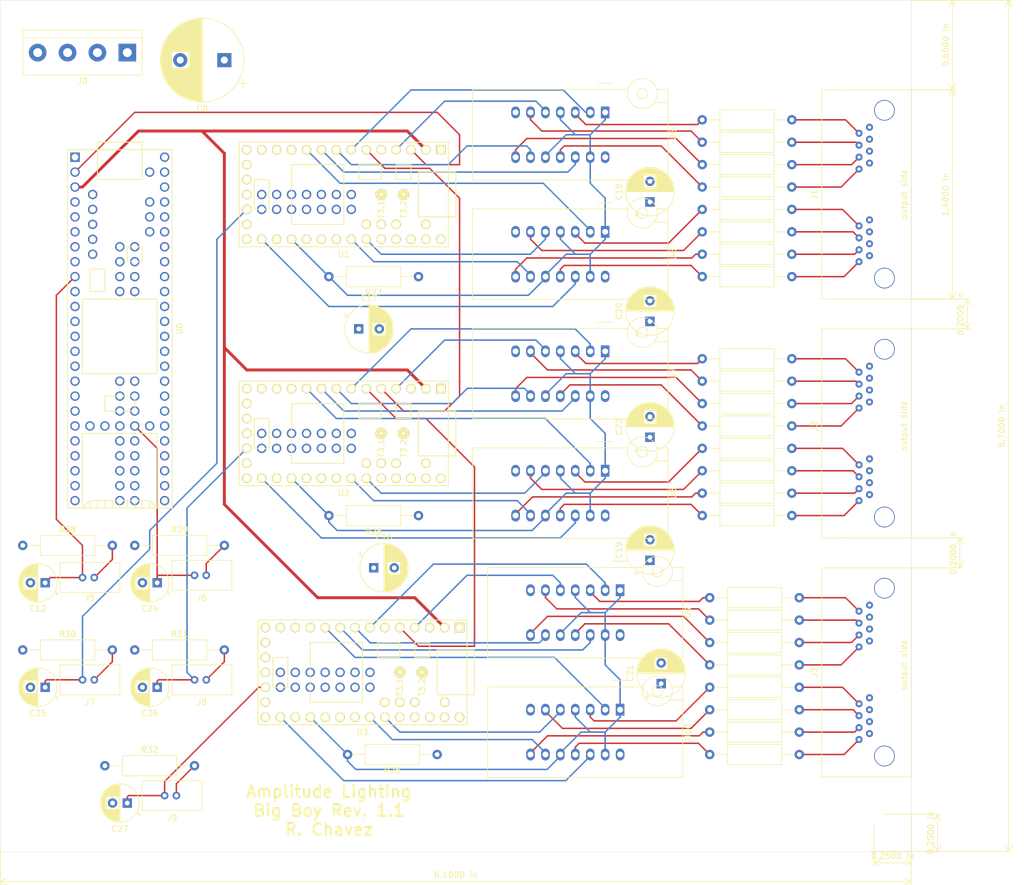
<source format=kicad_pcb>
(kicad_pcb (version 20171130) (host pcbnew 5.1.3-ffb9f22~84~ubuntu18.04.1)
  (layers (0 F.Cu signal) (1 In1.Cu power hide) (2 In2.Cu power hide) (31 B.Cu signal) (34 B.Paste user) (35 F.Paste user) (36 B.SilkS user) (37 F.SilkS user) (38 B.Mask user) (39 F.Mask user) (44 Edge.Cuts user))
  (net 0 "")
  (net 1 /Vdd)
  (net 2 GND)
  (net 3 /buttIn)
  (net 4 "Net-(J0-Pad3)")
  (net 5 "Net-(J0-Pad4)")
  (net 6 "Net-(J1-Pad2a)")
  (net 7 "Net-(J1-Pad4a)")
  (net 8 "Net-(J1-Pad2b)")
  (net 9 "Net-(J1-Pad4b)")
  (net 10 "Net-(J2-Pad2a)")
  (net 11 "Net-(J2-Pad4a)")
  (net 12 "Net-(J2-Pad2b)")
  (net 13 "Net-(J2-Pad4b)")
  (net 14 "Net-(J3-Pad4b)")
  (net 15 "Net-(J3-Pad2b)")
  (net 16 "Net-(J3-Pad4a)")
  (net 17 "Net-(J3-Pad2a)")
  (net 18 "Net-(J5-Pad2)")
  (net 19 /T3OE)
  (net 20 /T2OE)
  (net 21 /T1OE)
  (net 22 /3V)
  (net 23 "Net-(U0-Pad62)")
  (net 24 "Net-(U0-Pad61)")
  (net 25 "Net-(U0-Pad60)")
  (net 26 "Net-(U0-Pad59)")
  (net 27 "Net-(U0-Pad58)")
  (net 28 "Net-(U0-Pad86)")
  (net 29 "Net-(U0-Pad85)")
  (net 30 "Net-(U0-Pad84)")
  (net 31 "Net-(U0-Pad83)")
  (net 32 "Net-(U0-Pad82)")
  (net 33 "Net-(U0-Pad81)")
  (net 34 "Net-(U0-Pad80)")
  (net 35 "Net-(U0-Pad79)")
  (net 36 "Net-(U0-Pad78)")
  (net 37 "Net-(U0-Pad77)")
  (net 38 "Net-(U0-Pad76)")
  (net 39 "Net-(U0-Pad75)")
  (net 40 "Net-(U0-Pad74)")
  (net 41 "Net-(U0-Pad73)")
  (net 42 "Net-(U0-Pad72)")
  (net 43 "Net-(U0-Pad71)")
  (net 44 "Net-(U0-Pad70)")
  (net 45 "Net-(U0-Pad69)")
  (net 46 "Net-(U0-Pad68)")
  (net 47 "Net-(U0-Pad67)")
  (net 48 "Net-(U0-Pad66)")
  (net 49 "Net-(U0-Pad65)")
  (net 50 "Net-(U0-Pad64)")
  (net 51 "Net-(U0-Pad63)")
  (net 52 "Net-(U0-Pad57)")
  (net 53 "Net-(U0-Pad56)")
  (net 54 "Net-(U0-Pad55)")
  (net 55 "Net-(U0-Pad54)")
  (net 56 "Net-(U0-Pad52)")
  (net 57 /AS7)
  (net 58 /AS6)
  (net 59 "Net-(U0-Pad48)")
  (net 60 "Net-(U0-Pad47)")
  (net 61 /AS5)
  (net 62 /AS4)
  (net 63 "Net-(U0-Pad44)")
  (net 64 "Net-(U0-Pad43)")
  (net 65 "Net-(U0-Pad42)")
  (net 66 "Net-(U0-Pad41)")
  (net 67 /AS3)
  (net 68 "Net-(U0-Pad39)")
  (net 69 "Net-(U0-Pad38)")
  (net 70 /getFFT)
  (net 71 /FFT)
  (net 72 "Net-(U0-Pad4)")
  (net 73 "Net-(U0-Pad5)")
  (net 74 "Net-(U0-Pad6)")
  (net 75 "Net-(U0-Pad7)")
  (net 76 "Net-(U0-Pad8)")
  (net 77 "Net-(U0-Pad10)")
  (net 78 /AS1)
  (net 79 "Net-(U0-Pad12)")
  (net 80 /AS2)
  (net 81 "Net-(U0-Pad37)")
  (net 82 "Net-(U0-Pad36)")
  (net 83 "Net-(U0-Pad35)")
  (net 84 "Net-(U0-Pad34)")
  (net 85 "Net-(U0-Pad33)")
  (net 86 "Net-(U0-Pad32)")
  (net 87 "Net-(U0-Pad31)")
  (net 88 "Net-(U0-Pad30)")
  (net 89 "Net-(U0-Pad29)")
  (net 90 "Net-(U0-Pad27)")
  (net 91 "Net-(U0-Pad26)")
  (net 92 "Net-(U0-Pad25)")
  (net 93 "Net-(U0-Pad24)")
  (net 94 "Net-(U0-Pad23)")
  (net 95 "Net-(U0-Pad22)")
  (net 96 "Net-(U0-Pad21)")
  (net 97 "Net-(U0-Pad14)")
  (net 98 "Net-(U0-Pad15)")
  (net 99 "Net-(U0-Pad16)")
  (net 100 "Net-(U0-Pad20)")
  (net 101 "Net-(U0-Pad19)")
  (net 102 "Net-(U0-Pad18)")
  (net 103 "Net-(U0-Pad17)")
  (net 104 "Net-(U1-Pad52)")
  (net 105 "Net-(U1-Pad51)")
  (net 106 "Net-(U1-Pad50)")
  (net 107 "Net-(U1-Pad49)")
  (net 108 "Net-(U1-Pad48)")
  (net 109 "Net-(U1-Pad47)")
  (net 110 "Net-(U1-Pad46)")
  (net 111 "Net-(U1-Pad45)")
  (net 112 "Net-(U1-Pad44)")
  (net 113 "Net-(U1-Pad43)")
  (net 114 "Net-(U1-Pad42)")
  (net 115 "Net-(U1-Pad41)")
  (net 116 "Net-(U1-Pad40)")
  (net 117 "Net-(U1-Pad39)")
  (net 118 "Net-(U1-Pad38)")
  (net 119 /T1S1)
  (net 120 /1Ready)
  (net 121 /T1S8)
  (net 122 /T1S5)
  (net 123 /T1S3)
  (net 124 /T1S4)
  (net 125 "Net-(U1-Pad11)")
  (net 126 "Net-(U1-Pad12)")
  (net 127 "Net-(U1-Pad13)")
  (net 128 "Net-(U1-Pad37)")
  (net 129 "Net-(U1-Pad36)")
  (net 130 "Net-(U1-Pad35)")
  (net 131 "Net-(U1-Pad34)")
  (net 132 "Net-(U1-Pad32)")
  (net 133 "Net-(U1-Pad31)")
  (net 134 "Net-(U1-Pad30)")
  (net 135 "Net-(U1-Pad29)")
  (net 136 /T1S7)
  (net 137 /T1S6)
  (net 138 "Net-(U1-Pad26)")
  (net 139 "Net-(U1-Pad25)")
  (net 140 "Net-(U1-Pad24)")
  (net 141 "Net-(U1-Pad22)")
  (net 142 /T1S2)
  (net 143 "Net-(U1-Pad14)")
  (net 144 "Net-(U1-Pad15)")
  (net 145 "Net-(U1-Pad16)")
  (net 146 "Net-(U1-Pad20)")
  (net 147 "Net-(U1-Pad19)")
  (net 148 "Net-(U1-Pad17)")
  (net 149 "Net-(U2-Pad17)")
  (net 150 "Net-(U2-Pad19)")
  (net 151 "Net-(U2-Pad20)")
  (net 152 "Net-(U2-Pad16)")
  (net 153 "Net-(U2-Pad15)")
  (net 154 "Net-(U2-Pad14)")
  (net 155 /T2S2)
  (net 156 "Net-(U2-Pad22)")
  (net 157 "Net-(U2-Pad24)")
  (net 158 "Net-(U2-Pad25)")
  (net 159 "Net-(U2-Pad26)")
  (net 160 /T2S6)
  (net 161 /T2S7)
  (net 162 "Net-(U2-Pad29)")
  (net 163 "Net-(U2-Pad30)")
  (net 164 "Net-(U2-Pad31)")
  (net 165 "Net-(U2-Pad32)")
  (net 166 "Net-(U2-Pad34)")
  (net 167 "Net-(U2-Pad35)")
  (net 168 "Net-(U2-Pad36)")
  (net 169 "Net-(U2-Pad37)")
  (net 170 "Net-(U2-Pad13)")
  (net 171 "Net-(U2-Pad12)")
  (net 172 "Net-(U2-Pad11)")
  (net 173 /T2S4)
  (net 174 /T2S3)
  (net 175 /T2S5)
  (net 176 /T2S8)
  (net 177 /2Ready)
  (net 178 /T2S1)
  (net 179 "Net-(U2-Pad3)")
  (net 180 "Net-(U2-Pad38)")
  (net 181 "Net-(U2-Pad39)")
  (net 182 "Net-(U2-Pad40)")
  (net 183 "Net-(U2-Pad41)")
  (net 184 "Net-(U2-Pad42)")
  (net 185 "Net-(U2-Pad43)")
  (net 186 "Net-(U2-Pad44)")
  (net 187 "Net-(U2-Pad45)")
  (net 188 "Net-(U2-Pad46)")
  (net 189 "Net-(U2-Pad47)")
  (net 190 "Net-(U2-Pad48)")
  (net 191 "Net-(U2-Pad49)")
  (net 192 "Net-(U2-Pad50)")
  (net 193 "Net-(U2-Pad51)")
  (net 194 "Net-(U2-Pad52)")
  (net 195 "Net-(U3-Pad52)")
  (net 196 "Net-(U3-Pad51)")
  (net 197 "Net-(U3-Pad50)")
  (net 198 "Net-(U3-Pad49)")
  (net 199 "Net-(U3-Pad48)")
  (net 200 "Net-(U3-Pad47)")
  (net 201 "Net-(U3-Pad46)")
  (net 202 "Net-(U3-Pad45)")
  (net 203 "Net-(U3-Pad44)")
  (net 204 "Net-(U3-Pad43)")
  (net 205 "Net-(U3-Pad42)")
  (net 206 "Net-(U3-Pad41)")
  (net 207 "Net-(U3-Pad40)")
  (net 208 "Net-(U3-Pad39)")
  (net 209 "Net-(U3-Pad38)")
  (net 210 /T3S1)
  (net 211 /T3S8)
  (net 212 /T3S5)
  (net 213 /T3S3)
  (net 214 /T3S4)
  (net 215 "Net-(U3-Pad11)")
  (net 216 "Net-(U3-Pad12)")
  (net 217 "Net-(U3-Pad13)")
  (net 218 "Net-(U3-Pad37)")
  (net 219 "Net-(U3-Pad36)")
  (net 220 "Net-(U3-Pad35)")
  (net 221 "Net-(U3-Pad34)")
  (net 222 "Net-(U3-Pad32)")
  (net 223 "Net-(U3-Pad31)")
  (net 224 "Net-(U3-Pad30)")
  (net 225 "Net-(U3-Pad29)")
  (net 226 /T3S7)
  (net 227 /T3S6)
  (net 228 "Net-(U3-Pad26)")
  (net 229 "Net-(U3-Pad25)")
  (net 230 "Net-(U3-Pad24)")
  (net 231 "Net-(U3-Pad22)")
  (net 232 /T3S2)
  (net 233 "Net-(U3-Pad14)")
  (net 234 "Net-(U3-Pad15)")
  (net 235 "Net-(U3-Pad16)")
  (net 236 "Net-(U3-Pad20)")
  (net 237 "Net-(U3-Pad19)")
  (net 238 "Net-(U3-Pad17)")
  (net 239 /pgrmM)
  (net 240 /pgrmS1)
  (net 241 /pgrmS2)
  (net 242 /pgrmS3)
  (net 243 "Net-(J6-Pad2)")
  (net 244 "Net-(J7-Pad2)")
  (net 245 "Net-(J8-Pad2)")
  (net 246 "Net-(J9-Pad2)")
  (net 247 "Net-(J1-Pad1a)")
  (net 248 "Net-(J1-Pad3a)")
  (net 249 "Net-(J1-Pad3b)")
  (net 250 "Net-(J1-Pad1b)")
  (net 251 "Net-(J2-Pad1a)")
  (net 252 "Net-(J2-Pad3a)")
  (net 253 "Net-(J2-Pad3b)")
  (net 254 "Net-(J2-Pad1b)")
  (net 255 "Net-(J3-Pad1a)")
  (net 256 "Net-(J3-Pad3a)")
  (net 257 "Net-(J3-Pad3b)")
  (net 258 "Net-(J3-Pad1b)")
  (net 259 /5T1S2)
  (net 260 /5T1S1)
  (net 261 /5T1S4)
  (net 262 /5T1S3)
  (net 263 /5T1S6)
  (net 264 /5T1S5)
  (net 265 /5T1S8)
  (net 266 /5T1S7)
  (net 267 /5T2S1)
  (net 268 /5T2S2)
  (net 269 /5T2S3)
  (net 270 /5T2S4)
  (net 271 /5T2S5)
  (net 272 /5T2S6)
  (net 273 /5T2S7)
  (net 274 /5T2S8)
  (net 275 /5T3S1)
  (net 276 /5T3S2)
  (net 277 /5T3S3)
  (net 278 /5T3S4)
  (net 279 /5T3S5)
  (net 280 /5T3S6)
  (net 281 /5T3S7)
  (net 282 /5T3S8)
  (net 283 "Net-(U1-Pad5)")
  (net 284 "Net-(U3-Pad6)")
  (net 285 "Net-(U3-Pad3)")
  (module personalFootprints:2pinMPIO (layer F.Cu) (at 99.06 169.298401)
    (fp_text reference J5 (at 1.27 3.421599) (layer F.SilkS))
    (fp_text value MPIO hide)
    (pad 2 thru_hole circle (at 2 0) (size 1.3 1.3) (drill 0.7) (layers *.Cu *.Mask) (net 18 "Net-(J5-Pad2)"))
    (pad 1 thru_hole circle (at 0 0) (size 1.3 1.3) (drill 0.7) (layers *.Cu *.Mask) (net 3 /buttIn))
  )
  (module personalFootprints:cat6out (layer F.Cu) (at 231.14 196.85 90)
    (fp_text reference J3 (at 11.43 -7.62 90) (layer F.SilkS))
    (fp_text value ethernetOut hide)
    (fp_text user "output side" (at 12.7 7.62 90) (layer F.SilkS))
    (pad "" np_thru_hole circle (at 25.75 4.32 90) (size 3.5 3.5) (drill 3.25) (layers *.Cu *.Mask))
    (pad "" np_thru_hole circle (at -2.79 4.32 90) (size 3.5 3.5) (drill 3.25) (layers *.Cu *.Mask))
    (pad 1a thru_hole circle (at 15.75 0 90) (size 1.2 1.2) (drill 0.55) (layers *.Cu *.Mask) (net 255 "Net-(J3-Pad1a)"))
    (pad 4a thru_hole circle (at 21.84 0 90) (size 1.2 1.2) (drill 0.55) (layers *.Cu *.Mask) (net 16 "Net-(J3-Pad4a)"))
    (pad 7a thru_hole circle (at 20.83 1.78 90) (size 1.2 1.2) (drill 0.55) (layers *.Cu *.Mask) (net 2 GND))
    (pad 6a thru_hole circle (at 18.8 1.78 90) (size 1.2 1.2) (drill 0.55) (layers *.Cu *.Mask) (net 2 GND))
    (pad 8a thru_hole circle (at 22.86 1.78 90) (size 1.2 1.2) (drill 0.55) (layers *.Cu *.Mask) (net 2 GND))
    (pad 5a thru_hole circle (at 16.77 1.78 90) (size 1.2 1.2) (drill 0.55) (layers *.Cu *.Mask) (net 2 GND))
    (pad 2a thru_hole circle (at 17.78 0 90) (size 1.2 1.2) (drill 0.55) (layers *.Cu *.Mask) (net 17 "Net-(J3-Pad2a)"))
    (pad 3a thru_hole circle (at 19.81 0 90) (size 1.2 1.2) (drill 0.55) (layers *.Cu *.Mask) (net 256 "Net-(J3-Pad3a)"))
    (pad 5b thru_hole circle (at 1.02 1.78 90) (size 1.2 1.2) (drill 0.55) (layers *.Cu *.Mask) (net 2 GND))
    (pad 8b thru_hole circle (at 7.11 1.78 90) (size 1.2 1.2) (drill 0.55) (layers *.Cu *.Mask) (net 2 GND))
    (pad 6b thru_hole circle (at 3.05 1.78 90) (size 1.2 1.2) (drill 0.55) (layers *.Cu *.Mask) (net 2 GND))
    (pad 7b thru_hole circle (at 5.08 1.78 90) (size 1.2 1.2) (drill 0.55) (layers *.Cu *.Mask) (net 2 GND))
    (pad 4b thru_hole circle (at 6.09 0 90) (size 1.2 1.2) (drill 0.55) (layers *.Cu *.Mask) (net 14 "Net-(J3-Pad4b)"))
    (pad 3b thru_hole circle (at 4.06 0 90) (size 1.2 1.2) (drill 0.55) (layers *.Cu *.Mask) (net 257 "Net-(J3-Pad3b)"))
    (pad 2b thru_hole circle (at 2.03 0 90) (size 1.2 1.2) (drill 0.55) (layers *.Cu *.Mask) (net 15 "Net-(J3-Pad2b)"))
    (pad 1b thru_hole circle (at 0 0 90) (size 1.2 1.2) (drill 0.55) (layers *.Cu *.Mask) (net 258 "Net-(J3-Pad1b)"))
  )
  (module personalFootprints:cat6out (layer F.Cu) (at 231.14 156.21 90)
    (fp_text reference J2 (at 12.7 -7.62 90) (layer F.SilkS))
    (fp_text value ethernetOut hide)
    (fp_text user "output side" (at 12.7 7.62 90) (layer F.SilkS))
    (pad "" np_thru_hole circle (at 25.75 4.32 90) (size 3.5 3.5) (drill 3.25) (layers *.Cu *.Mask))
    (pad "" np_thru_hole circle (at -2.79 4.32 90) (size 3.5 3.5) (drill 3.25) (layers *.Cu *.Mask))
    (pad 1a thru_hole circle (at 15.75 0 90) (size 1.2 1.2) (drill 0.55) (layers *.Cu *.Mask) (net 251 "Net-(J2-Pad1a)"))
    (pad 4a thru_hole circle (at 21.84 0 90) (size 1.2 1.2) (drill 0.55) (layers *.Cu *.Mask) (net 11 "Net-(J2-Pad4a)"))
    (pad 7a thru_hole circle (at 20.83 1.78 90) (size 1.2 1.2) (drill 0.55) (layers *.Cu *.Mask) (net 2 GND))
    (pad 6a thru_hole circle (at 18.8 1.78 90) (size 1.2 1.2) (drill 0.55) (layers *.Cu *.Mask) (net 2 GND))
    (pad 8a thru_hole circle (at 22.86 1.78 90) (size 1.2 1.2) (drill 0.55) (layers *.Cu *.Mask) (net 2 GND))
    (pad 5a thru_hole circle (at 16.77 1.78 90) (size 1.2 1.2) (drill 0.55) (layers *.Cu *.Mask) (net 2 GND))
    (pad 2a thru_hole circle (at 17.78 0 90) (size 1.2 1.2) (drill 0.55) (layers *.Cu *.Mask) (net 10 "Net-(J2-Pad2a)"))
    (pad 3a thru_hole circle (at 19.81 0 90) (size 1.2 1.2) (drill 0.55) (layers *.Cu *.Mask) (net 252 "Net-(J2-Pad3a)"))
    (pad 5b thru_hole circle (at 1.02 1.78 90) (size 1.2 1.2) (drill 0.55) (layers *.Cu *.Mask) (net 2 GND))
    (pad 8b thru_hole circle (at 7.11 1.78 90) (size 1.2 1.2) (drill 0.55) (layers *.Cu *.Mask) (net 2 GND))
    (pad 6b thru_hole circle (at 3.05 1.78 90) (size 1.2 1.2) (drill 0.55) (layers *.Cu *.Mask) (net 2 GND))
    (pad 7b thru_hole circle (at 5.08 1.78 90) (size 1.2 1.2) (drill 0.55) (layers *.Cu *.Mask) (net 2 GND))
    (pad 4b thru_hole circle (at 6.09 0 90) (size 1.2 1.2) (drill 0.55) (layers *.Cu *.Mask) (net 13 "Net-(J2-Pad4b)"))
    (pad 3b thru_hole circle (at 4.06 0 90) (size 1.2 1.2) (drill 0.55) (layers *.Cu *.Mask) (net 253 "Net-(J2-Pad3b)"))
    (pad 2b thru_hole circle (at 2.03 0 90) (size 1.2 1.2) (drill 0.55) (layers *.Cu *.Mask) (net 12 "Net-(J2-Pad2b)"))
    (pad 1b thru_hole circle (at 0 0 90) (size 1.2 1.2) (drill 0.55) (layers *.Cu *.Mask) (net 254 "Net-(J2-Pad1b)"))
  )
  (module personalFootprints:cat6out (layer F.Cu) (at 231.14 115.57 90)
    (fp_text reference J1 (at 11.43 -7.62 90) (layer F.SilkS))
    (fp_text value ethernetOut hide)
    (fp_text user "output side" (at 11.43 7.62 90) (layer F.SilkS))
    (pad "" np_thru_hole circle (at 25.75 4.32 90) (size 3.5 3.5) (drill 3.25) (layers *.Cu *.Mask))
    (pad "" np_thru_hole circle (at -2.79 4.32 90) (size 3.5 3.5) (drill 3.25) (layers *.Cu *.Mask))
    (pad 1a thru_hole circle (at 15.75 0 90) (size 1.2 1.2) (drill 0.55) (layers *.Cu *.Mask) (net 247 "Net-(J1-Pad1a)"))
    (pad 4a thru_hole circle (at 21.84 0 90) (size 1.2 1.2) (drill 0.55) (layers *.Cu *.Mask) (net 7 "Net-(J1-Pad4a)"))
    (pad 7a thru_hole circle (at 20.83 1.78 90) (size 1.2 1.2) (drill 0.55) (layers *.Cu *.Mask) (net 2 GND))
    (pad 6a thru_hole circle (at 18.8 1.78 90) (size 1.2 1.2) (drill 0.55) (layers *.Cu *.Mask) (net 2 GND))
    (pad 8a thru_hole circle (at 22.86 1.78 90) (size 1.2 1.2) (drill 0.55) (layers *.Cu *.Mask) (net 2 GND))
    (pad 5a thru_hole circle (at 16.77 1.78 90) (size 1.2 1.2) (drill 0.55) (layers *.Cu *.Mask) (net 2 GND))
    (pad 2a thru_hole circle (at 17.78 0 90) (size 1.2 1.2) (drill 0.55) (layers *.Cu *.Mask) (net 6 "Net-(J1-Pad2a)"))
    (pad 3a thru_hole circle (at 19.81 0 90) (size 1.2 1.2) (drill 0.55) (layers *.Cu *.Mask) (net 248 "Net-(J1-Pad3a)"))
    (pad 5b thru_hole circle (at 1.02 1.78 90) (size 1.2 1.2) (drill 0.55) (layers *.Cu *.Mask) (net 2 GND))
    (pad 8b thru_hole circle (at 7.11 1.78 90) (size 1.2 1.2) (drill 0.55) (layers *.Cu *.Mask) (net 2 GND))
    (pad 6b thru_hole circle (at 3.05 1.78 90) (size 1.2 1.2) (drill 0.55) (layers *.Cu *.Mask) (net 2 GND))
    (pad 7b thru_hole circle (at 5.08 1.78 90) (size 1.2 1.2) (drill 0.55) (layers *.Cu *.Mask) (net 2 GND))
    (pad 4b thru_hole circle (at 6.09 0 90) (size 1.2 1.2) (drill 0.55) (layers *.Cu *.Mask) (net 9 "Net-(J1-Pad4b)"))
    (pad 3b thru_hole circle (at 4.06 0 90) (size 1.2 1.2) (drill 0.55) (layers *.Cu *.Mask) (net 249 "Net-(J1-Pad3b)"))
    (pad 2b thru_hole circle (at 2.03 0 90) (size 1.2 1.2) (drill 0.55) (layers *.Cu *.Mask) (net 8 "Net-(J1-Pad2b)"))
    (pad 1b thru_hole circle (at 0 0 90) (size 1.2 1.2) (drill 0.55) (layers *.Cu *.Mask) (net 250 "Net-(J1-Pad1b)"))
  )
  (module MountingHole:MountingHole_3.5mm (layer F.Cu) (at 91.44 209.55)
    (fp_text reference REF** hide)
    (fp_text value MountingHole_3.5mm hide)
    (pad 1 np_thru_hole circle (at 0 0) (size 3.5 3.5) (drill 3.5) (layers *.Cu *.Mask))
  )
  (module MountingHole:MountingHole_3.5mm (layer F.Cu) (at 233.68 77.47)
    (fp_text reference REF** hide)
    (fp_text value MountingHole_3.5mm hide)
    (pad 1 np_thru_hole circle (at 0 0) (size 3.5 3.5) (drill 3.5) (layers *.Cu *.Mask))
  )
  (module MountingHole:MountingHole_3.5mm (layer F.Cu) (at 233.68 209.55)
    (fp_text reference REF** hide)
    (fp_text value MountingHole_3.5mm hide)
    (pad 1 np_thru_hole circle (at 0 0) (size 3.5 3.5) (drill 3.5) (layers *.Cu *.Mask))
  )
  (module Socket:DIP_Socket-14_W4.3_W5.08_W7.62_W10.16_W10.9_3M_214-3339-00-0602J (layer F.Cu) (at 187.96 110.49 270)
    (fp_text reference U6 (at 3.81 -11.56 90) (layer F.SilkS))
    (fp_text value 3.3V-5V_stepUp)
    (pad 8 thru_hole oval (at 7.62 15.24 270) (size 2 1.44) (drill 1) (layers *.Cu *.Mask) (net 266 /5T1S7))
    (pad 7 thru_hole oval (at 0 15.24 270) (size 2 1.44) (drill 1) (layers *.Cu *.Mask) (net 2 GND))
    (pad 9 thru_hole oval (at 7.62 12.7 270) (size 2 1.44) (drill 1) (layers *.Cu *.Mask) (net 136 /T1S7))
    (pad 6 thru_hole oval (at 0 12.7 270) (size 2 1.44) (drill 1) (layers *.Cu *.Mask) (net 263 /5T1S6))
    (pad 10 thru_hole oval (at 7.62 10.16 270) (size 2 1.44) (drill 1) (layers *.Cu *.Mask) (net 21 /T1OE))
    (pad 5 thru_hole oval (at 0 10.16 270) (size 2 1.44) (drill 1) (layers *.Cu *.Mask) (net 137 /T1S6))
    (pad 11 thru_hole oval (at 7.62 7.62 270) (size 2 1.44) (drill 1) (layers *.Cu *.Mask) (net 265 /5T1S8))
    (pad 4 thru_hole oval (at 0 7.62 270) (size 2 1.44) (drill 1) (layers *.Cu *.Mask) (net 21 /T1OE))
    (pad 12 thru_hole oval (at 7.62 5.08 270) (size 2 1.44) (drill 1) (layers *.Cu *.Mask) (net 121 /T1S8))
    (pad 3 thru_hole oval (at 0 5.08 270) (size 2 1.44) (drill 1) (layers *.Cu *.Mask) (net 264 /5T1S5))
    (pad 13 thru_hole oval (at 7.62 2.54 270) (size 2 1.44) (drill 1) (layers *.Cu *.Mask) (net 21 /T1OE))
    (pad 2 thru_hole oval (at 0 2.54 270) (size 2 1.44) (drill 1) (layers *.Cu *.Mask) (net 122 /T1S5))
    (pad 14 thru_hole oval (at 7.62 0 270) (size 2 1.44) (drill 1) (layers *.Cu *.Mask) (net 1 /Vdd))
    (pad 1 thru_hole rect (at 0 0 270) (size 2 1.44) (drill 1) (layers *.Cu *.Mask) (net 21 /T1OE))
  )
  (module Capacitor_THT:CP_Radial_D14.0mm_P7.50mm (layer F.Cu) (at 123.19 81.28 180)
    (fp_text reference C0 (at 3.75 -8.25 180) (layer F.SilkS))
    (fp_text value CP1)
    (pad 2 thru_hole circle (at 7.5 0 180) (size 2.4 2.4) (drill 1.2) (layers *.Cu *.Mask) (net 2 GND))
    (pad 1 thru_hole rect (at 0 0 180) (size 2.4 2.4) (drill 1.2) (layers *.Cu *.Mask) (net 1 /Vdd))
  )
  (module Capacitor_THT:CP_Radial_D6.3mm_P2.50mm (layer F.Cu) (at 92.71 170.18 180)
    (fp_text reference C12 (at 1.25 -4.4 180) (layer F.SilkS))
    (fp_text value CP1_Small hide)
    (pad 2 thru_hole circle (at 2.5 0 180) (size 1.6 1.6) (drill 0.8) (layers *.Cu *.Mask) (net 2 GND))
    (pad 1 thru_hole rect (at 0 0 180) (size 1.6 1.6) (drill 0.8) (layers *.Cu *.Mask) (net 3 /buttIn))
  )
  (module Capacitor_THT:CP_Radial_D8.0mm_P3.50mm (layer F.Cu) (at 148.59 167.64)
    (fp_text reference C16 (at 1.75 -5.25) (layer F.SilkS))
    (fp_text value C_Small)
    (pad 2 thru_hole circle (at 3.5 0) (size 1.6 1.6) (drill 0.8) (layers *.Cu *.Mask) (net 2 GND))
    (pad 1 thru_hole rect (at 0 0) (size 1.6 1.6) (drill 0.8) (layers *.Cu *.Mask) (net 1 /Vdd))
  )
  (module Capacitor_THT:CP_Radial_D8.0mm_P3.50mm (layer F.Cu) (at 146.05 127)
    (fp_text reference C17 (at 1.75 -5.25) (layer F.SilkS))
    (fp_text value C_Small)
    (pad 2 thru_hole circle (at 3.5 0) (size 1.6 1.6) (drill 0.8) (layers *.Cu *.Mask) (net 2 GND))
    (pad 1 thru_hole rect (at 0 0) (size 1.6 1.6) (drill 0.8) (layers *.Cu *.Mask) (net 1 /Vdd))
  )
  (module Capacitor_THT:CP_Radial_D8.0mm_P3.50mm (layer F.Cu) (at 195.58 105.41 90)
    (fp_text reference C18 (at 1.75 -5.25 90) (layer F.SilkS))
    (fp_text value C_Small)
    (pad 2 thru_hole circle (at 3.5 0 90) (size 1.6 1.6) (drill 0.8) (layers *.Cu *.Mask) (net 2 GND))
    (pad 1 thru_hole rect (at 0 0 90) (size 1.6 1.6) (drill 0.8) (layers *.Cu *.Mask) (net 1 /Vdd))
  )
  (module Capacitor_THT:CP_Radial_D8.0mm_P3.50mm (layer F.Cu) (at 195.58 166.37 90)
    (fp_text reference C19 (at 1.75 -5.25 90) (layer F.SilkS))
    (fp_text value C_Small)
    (pad 2 thru_hole circle (at 3.5 0 90) (size 1.6 1.6) (drill 0.8) (layers *.Cu *.Mask) (net 2 GND))
    (pad 1 thru_hole rect (at 0 0 90) (size 1.6 1.6) (drill 0.8) (layers *.Cu *.Mask) (net 1 /Vdd))
  )
  (module Capacitor_THT:CP_Radial_D8.0mm_P3.50mm (layer F.Cu) (at 195.58 125.73 90)
    (fp_text reference C20 (at 1.75 -5.25 90) (layer F.SilkS))
    (fp_text value C_Small)
    (pad 2 thru_hole circle (at 3.5 0 90) (size 1.6 1.6) (drill 0.8) (layers *.Cu *.Mask) (net 2 GND))
    (pad 1 thru_hole rect (at 0 0 90) (size 1.6 1.6) (drill 0.8) (layers *.Cu *.Mask) (net 1 /Vdd))
  )
  (module Capacitor_THT:CP_Radial_D8.0mm_P3.50mm (layer F.Cu) (at 197.485 187.325 90)
    (fp_text reference C21 (at 1.75 -5.25 90) (layer F.SilkS))
    (fp_text value C_Small)
    (pad 2 thru_hole circle (at 3.5 0 90) (size 1.6 1.6) (drill 0.8) (layers *.Cu *.Mask) (net 2 GND))
    (pad 1 thru_hole rect (at 0 0 90) (size 1.6 1.6) (drill 0.8) (layers *.Cu *.Mask) (net 1 /Vdd))
  )
  (module Capacitor_THT:CP_Radial_D8.0mm_P3.50mm (layer F.Cu) (at 195.58 145.415 90)
    (fp_text reference C22 (at 1.75 -5.25 90) (layer F.SilkS))
    (fp_text value C_Small)
    (pad 2 thru_hole circle (at 3.5 0 90) (size 1.6 1.6) (drill 0.8) (layers *.Cu *.Mask) (net 2 GND))
    (pad 1 thru_hole rect (at 0 0 90) (size 1.6 1.6) (drill 0.8) (layers *.Cu *.Mask) (net 1 /Vdd))
  )
  (module Capacitor_THT:CP_Radial_D6.3mm_P2.50mm (layer F.Cu) (at 111.76 170.18 180)
    (fp_text reference C24 (at 1.25 -4.4 180) (layer F.SilkS))
    (fp_text value CP1_Small hide)
    (pad 2 thru_hole circle (at 2.5 0 180) (size 1.6 1.6) (drill 0.8) (layers *.Cu *.Mask) (net 2 GND))
    (pad 1 thru_hole rect (at 0 0 180) (size 1.6 1.6) (drill 0.8) (layers *.Cu *.Mask) (net 239 /pgrmM))
  )
  (module Capacitor_THT:CP_Radial_D6.3mm_P2.50mm (layer F.Cu) (at 92.71 187.96 180)
    (fp_text reference C25 (at 1.25 -4.4 180) (layer F.SilkS))
    (fp_text value CP1_Small hide)
    (pad 2 thru_hole circle (at 2.5 0 180) (size 1.6 1.6) (drill 0.8) (layers *.Cu *.Mask) (net 2 GND))
    (pad 1 thru_hole rect (at 0 0 180) (size 1.6 1.6) (drill 0.8) (layers *.Cu *.Mask) (net 240 /pgrmS1))
  )
  (module Capacitor_THT:CP_Radial_D6.3mm_P2.50mm (layer F.Cu) (at 111.76 187.96 180)
    (fp_text reference C26 (at 1.25 -4.4 180) (layer F.SilkS))
    (fp_text value CP1_Small hide)
    (pad 2 thru_hole circle (at 2.5 0 180) (size 1.6 1.6) (drill 0.8) (layers *.Cu *.Mask) (net 2 GND))
    (pad 1 thru_hole rect (at 0 0 180) (size 1.6 1.6) (drill 0.8) (layers *.Cu *.Mask) (net 241 /pgrmS2))
  )
  (module Capacitor_THT:CP_Radial_D6.3mm_P2.50mm (layer F.Cu) (at 106.68 207.645 180)
    (fp_text reference C27 (at 1.25 -4.4 180) (layer F.SilkS))
    (fp_text value CP1_Small hide)
    (pad 2 thru_hole circle (at 2.5 0 180) (size 1.6 1.6) (drill 0.8) (layers *.Cu *.Mask) (net 2 GND))
    (pad 1 thru_hole rect (at 0 0 180) (size 1.6 1.6) (drill 0.8) (layers *.Cu *.Mask) (net 242 /pgrmS3))
  )
  (module TerminalBlock:TerminalBlock_bornier-4_P5.08mm (layer F.Cu) (at 106.68 80.01 180)
    (fp_text reference J0 (at 7.6 -4.8 180) (layer F.SilkS))
    (fp_text value Screw_Terminal_01x04 hide)
    (pad 4 thru_hole circle (at 15.24 0 180) (size 3 3) (drill 1.52) (layers *.Cu *.Mask) (net 5 "Net-(J0-Pad4)"))
    (pad 1 thru_hole rect (at 0 0 180) (size 3 3) (drill 1.52) (layers *.Cu *.Mask) (net 1 /Vdd))
    (pad 3 thru_hole circle (at 10.16 0 180) (size 3 3) (drill 1.52) (layers *.Cu *.Mask) (net 4 "Net-(J0-Pad3)"))
    (pad 2 thru_hole circle (at 5.08 0 180) (size 3 3) (drill 1.52) (layers *.Cu *.Mask) (net 2 GND))
  )
  (module personalFootprints:2pinMPIO (layer F.Cu) (at 118.11 168.91)
    (fp_text reference J6 (at 1.27 3.81) (layer F.SilkS))
    (fp_text value MPIO hide)
    (pad 2 thru_hole circle (at 2 0) (size 1.3 1.3) (drill 0.7) (layers *.Cu *.Mask) (net 243 "Net-(J6-Pad2)"))
    (pad 1 thru_hole circle (at 0 0) (size 1.3 1.3) (drill 0.7) (layers *.Cu *.Mask) (net 239 /pgrmM))
  )
  (module personalFootprints:2pinMPIO (layer F.Cu) (at 99.06 186.69)
    (fp_text reference J7 (at 1.27 3.81) (layer F.SilkS))
    (fp_text value MPIO hide)
    (pad 2 thru_hole circle (at 2 0) (size 1.3 1.3) (drill 0.7) (layers *.Cu *.Mask) (net 244 "Net-(J7-Pad2)"))
    (pad 1 thru_hole circle (at 0 0) (size 1.3 1.3) (drill 0.7) (layers *.Cu *.Mask) (net 240 /pgrmS1))
  )
  (module personalFootprints:2pinMPIO (layer F.Cu) (at 118.11 186.69)
    (fp_text reference J8 (at 1.27 3.81) (layer F.SilkS))
    (fp_text value MPIO hide)
    (pad 2 thru_hole circle (at 2 0) (size 1.3 1.3) (drill 0.7) (layers *.Cu *.Mask) (net 245 "Net-(J8-Pad2)"))
    (pad 1 thru_hole circle (at 0 0) (size 1.3 1.3) (drill 0.7) (layers *.Cu *.Mask) (net 241 /pgrmS2))
  )
  (module personalFootprints:2pinMPIO (layer F.Cu) (at 113.03 206.375)
    (fp_text reference J9 (at 1.27 3.81) (layer F.SilkS))
    (fp_text value MPIO hide)
    (pad 2 thru_hole circle (at 2 0) (size 1.3 1.3) (drill 0.7) (layers *.Cu *.Mask) (net 246 "Net-(J9-Pad2)"))
    (pad 1 thru_hole circle (at 0 0) (size 1.3 1.3) (drill 0.7) (layers *.Cu *.Mask) (net 242 /pgrmS3))
  )
  (module Resistor_THT:R_Axial_DIN0309_L9.0mm_D3.2mm_P15.24mm_Horizontal (layer F.Cu) (at 219.71 91.44 180)
    (fp_text reference R1 hide)
    (fp_text value "100 Ohm" hide)
    (pad 2 thru_hole oval (at 15.24 0 180) (size 1.6 1.6) (drill 0.8) (layers *.Cu *.Mask) (net 260 /5T1S1))
    (pad 1 thru_hole circle (at 0 0 180) (size 1.6 1.6) (drill 0.8) (layers *.Cu *.Mask) (net 7 "Net-(J1-Pad4a)"))
  )
  (module Resistor_THT:R_Axial_DIN0309_L9.0mm_D3.2mm_P15.24mm_Horizontal (layer F.Cu) (at 219.71 95.25 180)
    (fp_text reference R2 hide)
    (fp_text value "100 Ohm" hide)
    (pad 2 thru_hole oval (at 15.24 0 180) (size 1.6 1.6) (drill 0.8) (layers *.Cu *.Mask) (net 259 /5T1S2))
    (pad 1 thru_hole circle (at 0 0 180) (size 1.6 1.6) (drill 0.8) (layers *.Cu *.Mask) (net 248 "Net-(J1-Pad3a)"))
  )
  (module Resistor_THT:R_Axial_DIN0309_L9.0mm_D3.2mm_P15.24mm_Horizontal (layer F.Cu) (at 219.71 99.06 180)
    (fp_text reference R3 hide)
    (fp_text value "100 Ohm" hide)
    (pad 2 thru_hole oval (at 15.24 0 180) (size 1.6 1.6) (drill 0.8) (layers *.Cu *.Mask) (net 262 /5T1S3))
    (pad 1 thru_hole circle (at 0 0 180) (size 1.6 1.6) (drill 0.8) (layers *.Cu *.Mask) (net 6 "Net-(J1-Pad2a)"))
  )
  (module Resistor_THT:R_Axial_DIN0309_L9.0mm_D3.2mm_P15.24mm_Horizontal (layer F.Cu) (at 219.71 102.87 180)
    (fp_text reference R4 hide)
    (fp_text value "100 Ohm" hide)
    (pad 2 thru_hole oval (at 15.24 0 180) (size 1.6 1.6) (drill 0.8) (layers *.Cu *.Mask) (net 261 /5T1S4))
    (pad 1 thru_hole circle (at 0 0 180) (size 1.6 1.6) (drill 0.8) (layers *.Cu *.Mask) (net 247 "Net-(J1-Pad1a)"))
  )
  (module Resistor_THT:R_Axial_DIN0309_L9.0mm_D3.2mm_P15.24mm_Horizontal (layer F.Cu) (at 219.71 106.68 180)
    (fp_text reference R5 hide)
    (fp_text value "100 Ohm" hide)
    (pad 2 thru_hole oval (at 15.24 0 180) (size 1.6 1.6) (drill 0.8) (layers *.Cu *.Mask) (net 264 /5T1S5))
    (pad 1 thru_hole circle (at 0 0 180) (size 1.6 1.6) (drill 0.8) (layers *.Cu *.Mask) (net 9 "Net-(J1-Pad4b)"))
  )
  (module Resistor_THT:R_Axial_DIN0309_L9.0mm_D3.2mm_P15.24mm_Horizontal (layer F.Cu) (at 219.71 110.49 180)
    (fp_text reference R6 hide)
    (fp_text value "100 Ohm" hide)
    (pad 2 thru_hole oval (at 15.24 0 180) (size 1.6 1.6) (drill 0.8) (layers *.Cu *.Mask) (net 263 /5T1S6))
    (pad 1 thru_hole circle (at 0 0 180) (size 1.6 1.6) (drill 0.8) (layers *.Cu *.Mask) (net 249 "Net-(J1-Pad3b)"))
  )
  (module Resistor_THT:R_Axial_DIN0309_L9.0mm_D3.2mm_P15.24mm_Horizontal (layer F.Cu) (at 219.71 114.3 180)
    (fp_text reference R7 hide)
    (fp_text value "100 Ohm" hide)
    (pad 2 thru_hole oval (at 15.24 0 180) (size 1.6 1.6) (drill 0.8) (layers *.Cu *.Mask) (net 266 /5T1S7))
    (pad 1 thru_hole circle (at 0 0 180) (size 1.6 1.6) (drill 0.8) (layers *.Cu *.Mask) (net 8 "Net-(J1-Pad2b)"))
  )
  (module Resistor_THT:R_Axial_DIN0309_L9.0mm_D3.2mm_P15.24mm_Horizontal (layer F.Cu) (at 219.71 118.11 180)
    (fp_text reference R8 hide)
    (fp_text value "100 Ohm" hide)
    (pad 2 thru_hole oval (at 15.24 0 180) (size 1.6 1.6) (drill 0.8) (layers *.Cu *.Mask) (net 265 /5T1S8))
    (pad 1 thru_hole circle (at 0 0 180) (size 1.6 1.6) (drill 0.8) (layers *.Cu *.Mask) (net 250 "Net-(J1-Pad1b)"))
  )
  (module Resistor_THT:R_Axial_DIN0309_L9.0mm_D3.2mm_P15.24mm_Horizontal (layer F.Cu) (at 219.71 132.08 180)
    (fp_text reference R9 hide)
    (fp_text value "100 Ohm" hide)
    (pad 2 thru_hole oval (at 15.24 0 180) (size 1.6 1.6) (drill 0.8) (layers *.Cu *.Mask) (net 267 /5T2S1))
    (pad 1 thru_hole circle (at 0 0 180) (size 1.6 1.6) (drill 0.8) (layers *.Cu *.Mask) (net 11 "Net-(J2-Pad4a)"))
  )
  (module Resistor_THT:R_Axial_DIN0309_L9.0mm_D3.2mm_P15.24mm_Horizontal (layer F.Cu) (at 219.71 135.89 180)
    (fp_text reference R10 hide)
    (fp_text value "100 Ohm" hide)
    (pad 2 thru_hole oval (at 15.24 0 180) (size 1.6 1.6) (drill 0.8) (layers *.Cu *.Mask) (net 268 /5T2S2))
    (pad 1 thru_hole circle (at 0 0 180) (size 1.6 1.6) (drill 0.8) (layers *.Cu *.Mask) (net 252 "Net-(J2-Pad3a)"))
  )
  (module Resistor_THT:R_Axial_DIN0309_L9.0mm_D3.2mm_P15.24mm_Horizontal (layer F.Cu) (at 219.71 139.7 180)
    (fp_text reference R11 hide)
    (fp_text value "100 Ohm" hide)
    (pad 2 thru_hole oval (at 15.24 0 180) (size 1.6 1.6) (drill 0.8) (layers *.Cu *.Mask) (net 269 /5T2S3))
    (pad 1 thru_hole circle (at 0 0 180) (size 1.6 1.6) (drill 0.8) (layers *.Cu *.Mask) (net 10 "Net-(J2-Pad2a)"))
  )
  (module Resistor_THT:R_Axial_DIN0309_L9.0mm_D3.2mm_P15.24mm_Horizontal (layer F.Cu) (at 219.71 143.51 180)
    (fp_text reference R12 hide)
    (fp_text value "100 Ohm" hide)
    (pad 2 thru_hole oval (at 15.24 0 180) (size 1.6 1.6) (drill 0.8) (layers *.Cu *.Mask) (net 270 /5T2S4))
    (pad 1 thru_hole circle (at 0 0 180) (size 1.6 1.6) (drill 0.8) (layers *.Cu *.Mask) (net 251 "Net-(J2-Pad1a)"))
  )
  (module Resistor_THT:R_Axial_DIN0309_L9.0mm_D3.2mm_P15.24mm_Horizontal (layer F.Cu) (at 219.71 147.32 180)
    (fp_text reference R13 hide)
    (fp_text value "100 Ohm" hide)
    (pad 2 thru_hole oval (at 15.24 0 180) (size 1.6 1.6) (drill 0.8) (layers *.Cu *.Mask) (net 271 /5T2S5))
    (pad 1 thru_hole circle (at 0 0 180) (size 1.6 1.6) (drill 0.8) (layers *.Cu *.Mask) (net 13 "Net-(J2-Pad4b)"))
  )
  (module Resistor_THT:R_Axial_DIN0309_L9.0mm_D3.2mm_P15.24mm_Horizontal (layer F.Cu) (at 219.71 151.13 180)
    (fp_text reference R14 hide)
    (fp_text value "100 Ohm" hide)
    (pad 2 thru_hole oval (at 15.24 0 180) (size 1.6 1.6) (drill 0.8) (layers *.Cu *.Mask) (net 272 /5T2S6))
    (pad 1 thru_hole circle (at 0 0 180) (size 1.6 1.6) (drill 0.8) (layers *.Cu *.Mask) (net 253 "Net-(J2-Pad3b)"))
  )
  (module Resistor_THT:R_Axial_DIN0309_L9.0mm_D3.2mm_P15.24mm_Horizontal (layer F.Cu) (at 219.71 154.94 180)
    (fp_text reference R15 hide)
    (fp_text value "100 Ohm" hide)
    (pad 2 thru_hole oval (at 15.24 0 180) (size 1.6 1.6) (drill 0.8) (layers *.Cu *.Mask) (net 273 /5T2S7))
    (pad 1 thru_hole circle (at 0 0 180) (size 1.6 1.6) (drill 0.8) (layers *.Cu *.Mask) (net 12 "Net-(J2-Pad2b)"))
  )
  (module Resistor_THT:R_Axial_DIN0309_L9.0mm_D3.2mm_P15.24mm_Horizontal (layer F.Cu) (at 219.71 158.75 180)
    (fp_text reference R16 hide)
    (fp_text value "100 Ohm" hide)
    (pad 2 thru_hole oval (at 15.24 0 180) (size 1.6 1.6) (drill 0.8) (layers *.Cu *.Mask) (net 274 /5T2S8))
    (pad 1 thru_hole circle (at 0 0 180) (size 1.6 1.6) (drill 0.8) (layers *.Cu *.Mask) (net 254 "Net-(J2-Pad1b)"))
  )
  (module Resistor_THT:R_Axial_DIN0309_L9.0mm_D3.2mm_P15.24mm_Horizontal (layer F.Cu) (at 220.98 172.72 180)
    (fp_text reference R17 hide)
    (fp_text value "100 Ohm" hide)
    (pad 2 thru_hole oval (at 15.24 0 180) (size 1.6 1.6) (drill 0.8) (layers *.Cu *.Mask) (net 275 /5T3S1))
    (pad 1 thru_hole circle (at 0 0 180) (size 1.6 1.6) (drill 0.8) (layers *.Cu *.Mask) (net 16 "Net-(J3-Pad4a)"))
  )
  (module Resistor_THT:R_Axial_DIN0309_L9.0mm_D3.2mm_P15.24mm_Horizontal (layer F.Cu) (at 220.98 176.53 180)
    (fp_text reference R18 hide)
    (fp_text value "100 Ohm" hide)
    (pad 2 thru_hole oval (at 15.24 0 180) (size 1.6 1.6) (drill 0.8) (layers *.Cu *.Mask) (net 276 /5T3S2))
    (pad 1 thru_hole circle (at 0 0 180) (size 1.6 1.6) (drill 0.8) (layers *.Cu *.Mask) (net 256 "Net-(J3-Pad3a)"))
  )
  (module Resistor_THT:R_Axial_DIN0309_L9.0mm_D3.2mm_P15.24mm_Horizontal (layer F.Cu) (at 220.98 180.34 180)
    (fp_text reference R19 hide)
    (fp_text value "100 Ohm" hide)
    (pad 2 thru_hole oval (at 15.24 0 180) (size 1.6 1.6) (drill 0.8) (layers *.Cu *.Mask) (net 277 /5T3S3))
    (pad 1 thru_hole circle (at 0 0 180) (size 1.6 1.6) (drill 0.8) (layers *.Cu *.Mask) (net 17 "Net-(J3-Pad2a)"))
  )
  (module Resistor_THT:R_Axial_DIN0309_L9.0mm_D3.2mm_P15.24mm_Horizontal (layer F.Cu) (at 220.98 184.15 180)
    (fp_text reference R20 hide)
    (fp_text value "100 Ohm" hide)
    (pad 2 thru_hole oval (at 15.24 0 180) (size 1.6 1.6) (drill 0.8) (layers *.Cu *.Mask) (net 278 /5T3S4))
    (pad 1 thru_hole circle (at 0 0 180) (size 1.6 1.6) (drill 0.8) (layers *.Cu *.Mask) (net 255 "Net-(J3-Pad1a)"))
  )
  (module Resistor_THT:R_Axial_DIN0309_L9.0mm_D3.2mm_P15.24mm_Horizontal (layer F.Cu) (at 220.98 187.96 180)
    (fp_text reference R21 hide)
    (fp_text value "100 Ohm" hide)
    (pad 2 thru_hole oval (at 15.24 0 180) (size 1.6 1.6) (drill 0.8) (layers *.Cu *.Mask) (net 279 /5T3S5))
    (pad 1 thru_hole circle (at 0 0 180) (size 1.6 1.6) (drill 0.8) (layers *.Cu *.Mask) (net 14 "Net-(J3-Pad4b)"))
  )
  (module Resistor_THT:R_Axial_DIN0309_L9.0mm_D3.2mm_P15.24mm_Horizontal (layer F.Cu) (at 220.98 191.77 180)
    (fp_text reference R22 hide)
    (fp_text value "100 Ohm" hide)
    (pad 2 thru_hole oval (at 15.24 0 180) (size 1.6 1.6) (drill 0.8) (layers *.Cu *.Mask) (net 280 /5T3S6))
    (pad 1 thru_hole circle (at 0 0 180) (size 1.6 1.6) (drill 0.8) (layers *.Cu *.Mask) (net 257 "Net-(J3-Pad3b)"))
  )
  (module Resistor_THT:R_Axial_DIN0309_L9.0mm_D3.2mm_P15.24mm_Horizontal (layer F.Cu) (at 220.98 195.58 180)
    (fp_text reference R23 hide)
    (fp_text value "100 Ohm" hide)
    (pad 2 thru_hole oval (at 15.24 0 180) (size 1.6 1.6) (drill 0.8) (layers *.Cu *.Mask) (net 281 /5T3S7))
    (pad 1 thru_hole circle (at 0 0 180) (size 1.6 1.6) (drill 0.8) (layers *.Cu *.Mask) (net 15 "Net-(J3-Pad2b)"))
  )
  (module Resistor_THT:R_Axial_DIN0309_L9.0mm_D3.2mm_P15.24mm_Horizontal (layer F.Cu) (at 220.98 199.39 180)
    (fp_text reference R24 hide)
    (fp_text value "100 Ohm" hide)
    (pad 2 thru_hole oval (at 15.24 0 180) (size 1.6 1.6) (drill 0.8) (layers *.Cu *.Mask) (net 282 /5T3S8))
    (pad 1 thru_hole circle (at 0 0 180) (size 1.6 1.6) (drill 0.8) (layers *.Cu *.Mask) (net 258 "Net-(J3-Pad1b)"))
  )
  (module Resistor_THT:R_Axial_DIN0309_L9.0mm_D3.2mm_P15.24mm_Horizontal (layer F.Cu) (at 159.385 199.39 180)
    (fp_text reference R25 (at 7.62 -2.72 180) (layer F.SilkS))
    (fp_text value 10k)
    (pad 2 thru_hole oval (at 15.24 0 180) (size 1.6 1.6) (drill 0.8) (layers *.Cu *.Mask) (net 19 /T3OE))
    (pad 1 thru_hole circle (at 0 0 180) (size 1.6 1.6) (drill 0.8) (layers *.Cu *.Mask) (net 1 /Vdd))
  )
  (module Resistor_THT:R_Axial_DIN0309_L9.0mm_D3.2mm_P15.24mm_Horizontal (layer F.Cu) (at 156.21 158.75 180)
    (fp_text reference R26 (at 7.62 -2.72 180) (layer F.SilkS))
    (fp_text value 10k)
    (pad 2 thru_hole oval (at 15.24 0 180) (size 1.6 1.6) (drill 0.8) (layers *.Cu *.Mask) (net 20 /T2OE))
    (pad 1 thru_hole circle (at 0 0 180) (size 1.6 1.6) (drill 0.8) (layers *.Cu *.Mask) (net 1 /Vdd))
  )
  (module Resistor_THT:R_Axial_DIN0309_L9.0mm_D3.2mm_P15.24mm_Horizontal (layer F.Cu) (at 156.21 118.11 180)
    (fp_text reference R27 (at 7.62 -2.72 180) (layer F.SilkS))
    (fp_text value 10k)
    (pad 2 thru_hole oval (at 15.24 0 180) (size 1.6 1.6) (drill 0.8) (layers *.Cu *.Mask) (net 21 /T1OE))
    (pad 1 thru_hole circle (at 0 0 180) (size 1.6 1.6) (drill 0.8) (layers *.Cu *.Mask) (net 1 /Vdd))
  )
  (module Resistor_THT:R_Axial_DIN0309_L9.0mm_D3.2mm_P15.24mm_Horizontal (layer F.Cu) (at 88.9 163.83)
    (fp_text reference R28 (at 7.62 -2.72) (layer F.SilkS))
    (fp_text value R_Small_US hide)
    (pad 2 thru_hole oval (at 15.24 0) (size 1.6 1.6) (drill 0.8) (layers *.Cu *.Mask) (net 18 "Net-(J5-Pad2)"))
    (pad 1 thru_hole circle (at 0 0) (size 1.6 1.6) (drill 0.8) (layers *.Cu *.Mask) (net 2 GND))
  )
  (module Resistor_THT:R_Axial_DIN0309_L9.0mm_D3.2mm_P15.24mm_Horizontal (layer F.Cu) (at 107.95 163.83)
    (fp_text reference R29 (at 7.62 -2.72) (layer F.SilkS))
    (fp_text value R_Small_US hide)
    (pad 2 thru_hole oval (at 15.24 0) (size 1.6 1.6) (drill 0.8) (layers *.Cu *.Mask) (net 243 "Net-(J6-Pad2)"))
    (pad 1 thru_hole circle (at 0 0) (size 1.6 1.6) (drill 0.8) (layers *.Cu *.Mask) (net 2 GND))
  )
  (module Resistor_THT:R_Axial_DIN0309_L9.0mm_D3.2mm_P15.24mm_Horizontal (layer F.Cu) (at 88.9 181.61)
    (fp_text reference R30 (at 7.62 -2.72) (layer F.SilkS))
    (fp_text value R_Small_US hide)
    (pad 2 thru_hole oval (at 15.24 0) (size 1.6 1.6) (drill 0.8) (layers *.Cu *.Mask) (net 244 "Net-(J7-Pad2)"))
    (pad 1 thru_hole circle (at 0 0) (size 1.6 1.6) (drill 0.8) (layers *.Cu *.Mask) (net 2 GND))
  )
  (module Resistor_THT:R_Axial_DIN0309_L9.0mm_D3.2mm_P15.24mm_Horizontal (layer F.Cu) (at 107.95 181.61)
    (fp_text reference R31 (at 7.62 -2.72) (layer F.SilkS))
    (fp_text value R_Small_US hide)
    (pad 2 thru_hole oval (at 15.24 0) (size 1.6 1.6) (drill 0.8) (layers *.Cu *.Mask) (net 245 "Net-(J8-Pad2)"))
    (pad 1 thru_hole circle (at 0 0) (size 1.6 1.6) (drill 0.8) (layers *.Cu *.Mask) (net 2 GND))
  )
  (module Resistor_THT:R_Axial_DIN0309_L9.0mm_D3.2mm_P15.24mm_Horizontal (layer F.Cu) (at 102.87 201.295)
    (fp_text reference R32 (at 7.62 -2.72) (layer F.SilkS))
    (fp_text value R_Small_US hide)
    (pad 2 thru_hole oval (at 15.24 0) (size 1.6 1.6) (drill 0.8) (layers *.Cu *.Mask) (net 246 "Net-(J9-Pad2)"))
    (pad 1 thru_hole circle (at 0 0) (size 1.6 1.6) (drill 0.8) (layers *.Cu *.Mask) (net 2 GND))
  )
  (module personalFootprints:Teensy35_36 (layer F.Cu) (at 105.41 127 270)
    (fp_text reference U0 (at 0 -10.16 270) (layer F.SilkS))
    (fp_text value Teensy3.6)
    (pad 17 thru_hole circle (at 11.43 7.62 270) (size 1.6 1.6) (drill 1.1) (layers *.Cu *.Mask) (net 103 "Net-(U0-Pad17)"))
    (pad 18 thru_hole circle (at 13.97 7.62 270) (size 1.6 1.6) (drill 1.1) (layers *.Cu *.Mask) (net 102 "Net-(U0-Pad18)"))
    (pad 19 thru_hole circle (at 16.51 7.62 270) (size 1.6 1.6) (drill 1.1) (layers *.Cu *.Mask) (net 101 "Net-(U0-Pad19)"))
    (pad 20 thru_hole circle (at 19.05 7.62 270) (size 1.6 1.6) (drill 1.1) (layers *.Cu *.Mask) (net 100 "Net-(U0-Pad20)"))
    (pad 16 thru_hole circle (at 8.89 7.62 270) (size 1.6 1.6) (drill 1.1) (layers *.Cu *.Mask) (net 99 "Net-(U0-Pad16)"))
    (pad 15 thru_hole circle (at 6.35 7.62 270) (size 1.6 1.6) (drill 1.1) (layers *.Cu *.Mask) (net 98 "Net-(U0-Pad15)"))
    (pad 14 thru_hole circle (at 3.81 7.62 270) (size 1.6 1.6) (drill 1.1) (layers *.Cu *.Mask) (net 97 "Net-(U0-Pad14)"))
    (pad 21 thru_hole circle (at 21.59 7.62 270) (size 1.6 1.6) (drill 1.1) (layers *.Cu *.Mask) (net 96 "Net-(U0-Pad21)"))
    (pad 22 thru_hole circle (at 24.13 7.62 270) (size 1.6 1.6) (drill 1.1) (layers *.Cu *.Mask) (net 95 "Net-(U0-Pad22)"))
    (pad 23 thru_hole circle (at 26.67 7.62 270) (size 1.6 1.6) (drill 1.1) (layers *.Cu *.Mask) (net 94 "Net-(U0-Pad23)"))
    (pad 24 thru_hole circle (at 29.21 7.62 270) (size 1.6 1.6) (drill 1.1) (layers *.Cu *.Mask) (net 93 "Net-(U0-Pad24)"))
    (pad 25 thru_hole circle (at 16.51 5.08 270) (size 1.6 1.6) (drill 1.1) (layers *.Cu *.Mask) (net 92 "Net-(U0-Pad25)"))
    (pad 26 thru_hole circle (at 16.51 2.54 270) (size 1.6 1.6) (drill 1.1) (layers *.Cu *.Mask) (net 91 "Net-(U0-Pad26)"))
    (pad 27 thru_hole circle (at 16.51 0 270) (size 1.6 1.6) (drill 1.1) (layers *.Cu *.Mask) (net 90 "Net-(U0-Pad27)"))
    (pad 28 thru_hole circle (at 16.51 -2.54 270) (size 1.6 1.6) (drill 1.1) (layers *.Cu *.Mask) (net 239 /pgrmM))
    (pad 29 thru_hole circle (at 16.51 -5.08 270) (size 1.6 1.6) (drill 1.1) (layers *.Cu *.Mask) (net 89 "Net-(U0-Pad29)"))
    (pad 30 thru_hole circle (at 29.21 -7.62 270) (size 1.6 1.6) (drill 1.1) (layers *.Cu *.Mask) (net 88 "Net-(U0-Pad30)"))
    (pad 31 thru_hole circle (at 26.67 -7.62 270) (size 1.6 1.6) (drill 1.1) (layers *.Cu *.Mask) (net 87 "Net-(U0-Pad31)"))
    (pad 32 thru_hole circle (at 24.13 -7.62 270) (size 1.6 1.6) (drill 1.1) (layers *.Cu *.Mask) (net 86 "Net-(U0-Pad32)"))
    (pad 33 thru_hole circle (at 21.59 -7.62 270) (size 1.6 1.6) (drill 1.1) (layers *.Cu *.Mask) (net 85 "Net-(U0-Pad33)"))
    (pad 34 thru_hole circle (at 19.05 -7.62 270) (size 1.6 1.6) (drill 1.1) (layers *.Cu *.Mask) (net 84 "Net-(U0-Pad34)"))
    (pad 35 thru_hole circle (at 16.51 -7.62 270) (size 1.6 1.6) (drill 1.1) (layers *.Cu *.Mask) (net 83 "Net-(U0-Pad35)"))
    (pad 36 thru_hole circle (at 13.97 -7.62 270) (size 1.6 1.6) (drill 1.1) (layers *.Cu *.Mask) (net 82 "Net-(U0-Pad36)"))
    (pad 37 thru_hole circle (at 11.43 -7.62 270) (size 1.6 1.6) (drill 1.1) (layers *.Cu *.Mask) (net 81 "Net-(U0-Pad37)"))
    (pad 13 thru_hole circle (at 1.27 7.62 270) (size 1.6 1.6) (drill 1.1) (layers *.Cu *.Mask) (net 80 /AS2))
    (pad 12 thru_hole circle (at -1.27 7.62 270) (size 1.6 1.6) (drill 1.1) (layers *.Cu *.Mask) (net 79 "Net-(U0-Pad12)"))
    (pad 11 thru_hole circle (at -3.81 7.62 270) (size 1.6 1.6) (drill 1.1) (layers *.Cu *.Mask) (net 78 /AS1))
    (pad 10 thru_hole circle (at -6.35 7.62 270) (size 1.6 1.6) (drill 1.1) (layers *.Cu *.Mask) (net 77 "Net-(U0-Pad10)"))
    (pad 9 thru_hole circle (at -8.89 7.62 270) (size 1.6 1.6) (drill 1.1) (layers *.Cu *.Mask) (net 3 /buttIn))
    (pad 8 thru_hole circle (at -11.43 7.62 270) (size 1.6 1.6) (drill 1.1) (layers *.Cu *.Mask) (net 76 "Net-(U0-Pad8)"))
    (pad 7 thru_hole circle (at -13.97 7.62 270) (size 1.6 1.6) (drill 1.1) (layers *.Cu *.Mask) (net 75 "Net-(U0-Pad7)"))
    (pad 6 thru_hole circle (at -16.51 7.62 270) (size 1.6 1.6) (drill 1.1) (layers *.Cu *.Mask) (net 74 "Net-(U0-Pad6)"))
    (pad 5 thru_hole circle (at -19.05 7.62 270) (size 1.6 1.6) (drill 1.1) (layers *.Cu *.Mask) (net 73 "Net-(U0-Pad5)"))
    (pad 4 thru_hole circle (at -21.59 7.62 270) (size 1.6 1.6) (drill 1.1) (layers *.Cu *.Mask) (net 72 "Net-(U0-Pad4)"))
    (pad 3 thru_hole circle (at -24.13 7.62 270) (size 1.6 1.6) (drill 1.1) (layers *.Cu *.Mask) (net 71 /FFT))
    (pad 2 thru_hole circle (at -26.67 7.62 270) (size 1.6 1.6) (drill 1.1) (layers *.Cu *.Mask) (net 70 /getFFT))
    (pad 1 thru_hole rect (at -29.21 7.62 270) (size 1.6 1.6) (drill 1.1) (layers *.Cu *.Mask) (net 2 GND))
    (pad 38 thru_hole circle (at 8.89 -7.62 270) (size 1.6 1.6) (drill 1.1) (layers *.Cu *.Mask) (net 69 "Net-(U0-Pad38)"))
    (pad 39 thru_hole circle (at 6.35 -7.62 270) (size 1.6 1.6) (drill 1.1) (layers *.Cu *.Mask) (net 68 "Net-(U0-Pad39)"))
    (pad 40 thru_hole circle (at 3.81 -7.62 270) (size 1.6 1.6) (drill 1.1) (layers *.Cu *.Mask) (net 67 /AS3))
    (pad 41 thru_hole circle (at 1.27 -7.62 270) (size 1.6 1.6) (drill 1.1) (layers *.Cu *.Mask) (net 66 "Net-(U0-Pad41)"))
    (pad 42 thru_hole circle (at -1.27 -7.62 270) (size 1.6 1.6) (drill 1.1) (layers *.Cu *.Mask) (net 65 "Net-(U0-Pad42)"))
    (pad 43 thru_hole circle (at -3.81 -7.62 270) (size 1.6 1.6) (drill 1.1) (layers *.Cu *.Mask) (net 64 "Net-(U0-Pad43)"))
    (pad 44 thru_hole circle (at -6.35 -7.62 270) (size 1.6 1.6) (drill 1.1) (layers *.Cu *.Mask) (net 63 "Net-(U0-Pad44)"))
    (pad 45 thru_hole circle (at -8.89 -7.62 270) (size 1.6 1.6) (drill 1.1) (layers *.Cu *.Mask) (net 62 /AS4))
    (pad 46 thru_hole circle (at -11.43 -7.62 270) (size 1.6 1.6) (drill 1.1) (layers *.Cu *.Mask) (net 61 /AS5))
    (pad 47 thru_hole circle (at -13.97 -7.62 270) (size 1.6 1.6) (drill 1.1) (layers *.Cu *.Mask) (net 60 "Net-(U0-Pad47)"))
    (pad 48 thru_hole circle (at -16.51 -7.62 270) (size 1.6 1.6) (drill 1.1) (layers *.Cu *.Mask) (net 59 "Net-(U0-Pad48)"))
    (pad 49 thru_hole circle (at -19.05 -7.62 270) (size 1.6 1.6) (drill 1.1) (layers *.Cu *.Mask) (net 58 /AS6))
    (pad 50 thru_hole circle (at -21.59 -7.62 270) (size 1.6 1.6) (drill 1.1) (layers *.Cu *.Mask) (net 57 /AS7))
    (pad 51 thru_hole circle (at -24.13 -7.62 270) (size 1.6 1.6) (drill 1.1) (layers *.Cu *.Mask) (net 22 /3V))
    (pad 52 thru_hole circle (at -26.67 -7.62 270) (size 1.6 1.6) (drill 1.1) (layers *.Cu *.Mask) (net 56 "Net-(U0-Pad52)"))
    (pad 53 thru_hole circle (at -29.21 -7.62 270) (size 1.6 1.6) (drill 1.1) (layers *.Cu *.Mask) (net 1 /Vdd))
    (pad 54 thru_hole circle (at -26.67 -5.08 270) (size 1.6 1.6) (drill 1.1) (layers *.Cu *.Mask) (net 55 "Net-(U0-Pad54)"))
    (pad 55 thru_hole circle (at -21.59 -5.08 270) (size 1.6 1.6) (drill 1.1) (layers *.Cu *.Mask) (net 54 "Net-(U0-Pad55)"))
    (pad 56 thru_hole circle (at -19.05 -5.08 270) (size 1.6 1.6) (drill 1.1) (layers *.Cu *.Mask) (net 53 "Net-(U0-Pad56)"))
    (pad 57 thru_hole circle (at -16.51 -5.08 270) (size 1.6 1.6) (drill 1.1) (layers *.Cu *.Mask) (net 52 "Net-(U0-Pad57)"))
    (pad 63 thru_hole circle (at -13.97 0 270) (size 1.6 1.6) (drill 1.1) (layers *.Cu *.Mask) (net 51 "Net-(U0-Pad63)"))
    (pad 64 thru_hole circle (at -11.43 0 270) (size 1.6 1.6) (drill 1.1) (layers *.Cu *.Mask) (net 50 "Net-(U0-Pad64)"))
    (pad 65 thru_hole circle (at -8.89 0 270) (size 1.6 1.6) (drill 1.1) (layers *.Cu *.Mask) (net 49 "Net-(U0-Pad65)"))
    (pad 66 thru_hole circle (at -6.35 0 270) (size 1.6 1.6) (drill 1.1) (layers *.Cu *.Mask) (net 48 "Net-(U0-Pad66)"))
    (pad 67 thru_hole circle (at 8.89 0 270) (size 1.6 1.6) (drill 1.1) (layers *.Cu *.Mask) (net 47 "Net-(U0-Pad67)"))
    (pad 68 thru_hole circle (at 11.43 0 270) (size 1.6 1.6) (drill 1.1) (layers *.Cu *.Mask) (net 46 "Net-(U0-Pad68)"))
    (pad 69 thru_hole circle (at 13.97 0 270) (size 1.6 1.6) (drill 1.1) (layers *.Cu *.Mask) (net 45 "Net-(U0-Pad69)"))
    (pad 70 thru_hole circle (at 19.05 0 270) (size 1.6 1.6) (drill 1.1) (layers *.Cu *.Mask) (net 44 "Net-(U0-Pad70)"))
    (pad 71 thru_hole circle (at 21.59 0 270) (size 1.6 1.6) (drill 1.1) (layers *.Cu *.Mask) (net 43 "Net-(U0-Pad71)"))
    (pad 72 thru_hole circle (at 24.13 0 270) (size 1.6 1.6) (drill 1.1) (layers *.Cu *.Mask) (net 42 "Net-(U0-Pad72)"))
    (pad 73 thru_hole circle (at 26.67 0 270) (size 1.6 1.6) (drill 1.1) (layers *.Cu *.Mask) (net 41 "Net-(U0-Pad73)"))
    (pad 74 thru_hole circle (at 29.21 0 270) (size 1.6 1.6) (drill 1.1) (layers *.Cu *.Mask) (net 40 "Net-(U0-Pad74)"))
    (pad 75 thru_hole circle (at 29.21 -2.54 270) (size 1.6 1.6) (drill 1.1) (layers *.Cu *.Mask) (net 39 "Net-(U0-Pad75)"))
    (pad 76 thru_hole circle (at 26.67 -2.54 270) (size 1.6 1.6) (drill 1.1) (layers *.Cu *.Mask) (net 38 "Net-(U0-Pad76)"))
    (pad 77 thru_hole circle (at 24.13 -2.54 270) (size 1.6 1.6) (drill 1.1) (layers *.Cu *.Mask) (net 37 "Net-(U0-Pad77)"))
    (pad 78 thru_hole circle (at 21.59 -2.54 270) (size 1.6 1.6) (drill 1.1) (layers *.Cu *.Mask) (net 36 "Net-(U0-Pad78)"))
    (pad 79 thru_hole circle (at 19.05 -2.54 270) (size 1.6 1.6) (drill 1.1) (layers *.Cu *.Mask) (net 35 "Net-(U0-Pad79)"))
    (pad 80 thru_hole circle (at 13.97 -2.54 270) (size 1.6 1.6) (drill 1.1) (layers *.Cu *.Mask) (net 34 "Net-(U0-Pad80)"))
    (pad 81 thru_hole circle (at 11.43 -2.54 270) (size 1.6 1.6) (drill 1.1) (layers *.Cu *.Mask) (net 33 "Net-(U0-Pad81)"))
    (pad 82 thru_hole circle (at 8.89 -2.54 270) (size 1.6 1.6) (drill 1.1) (layers *.Cu *.Mask) (net 32 "Net-(U0-Pad82)"))
    (pad 83 thru_hole circle (at -6.35 -2.54 270) (size 1.6 1.6) (drill 1.1) (layers *.Cu *.Mask) (net 31 "Net-(U0-Pad83)"))
    (pad 84 thru_hole circle (at -8.89 -2.54 270) (size 1.6 1.6) (drill 1.1) (layers *.Cu *.Mask) (net 30 "Net-(U0-Pad84)"))
    (pad 85 thru_hole circle (at -11.43 -2.54 270) (size 1.6 1.6) (drill 1.1) (layers *.Cu *.Mask) (net 29 "Net-(U0-Pad85)"))
    (pad 86 thru_hole circle (at -13.97 -2.54 270) (size 1.6 1.6) (drill 1.1) (layers *.Cu *.Mask) (net 28 "Net-(U0-Pad86)"))
    (pad 58 thru_hole circle (at -22.86 4.62 270) (size 1.6 1.6) (drill 1.1) (layers *.Cu *.Mask) (net 27 "Net-(U0-Pad58)"))
    (pad 59 thru_hole circle (at -20.32 4.62 270) (size 1.6 1.6) (drill 1.1) (layers *.Cu *.Mask) (net 26 "Net-(U0-Pad59)"))
    (pad 60 thru_hole circle (at -17.78 4.62 270) (size 1.6 1.6) (drill 1.1) (layers *.Cu *.Mask) (net 25 "Net-(U0-Pad60)"))
    (pad 61 thru_hole circle (at -15.24 4.62 270) (size 1.6 1.6) (drill 1.1) (layers *.Cu *.Mask) (net 24 "Net-(U0-Pad61)"))
    (pad 62 thru_hole circle (at -12.7 4.62 270) (size 1.6 1.6) (drill 1.1) (layers *.Cu *.Mask) (net 23 "Net-(U0-Pad62)"))
  )
  (module personalFootprints:Teensy30_31_32_LC (layer F.Cu) (at 143.51 104.14 180)
    (fp_text reference U1 (at 0 -10.16 180) (layer F.SilkS))
    (fp_text value Teensy3.2)
    (fp_text user T3.2 (at -10.16 -2.54 90) (layer F.SilkS))
    (fp_text user T3.1 (at -6.35 -2.54 90) (layer F.SilkS))
    (pad 17 thru_hole circle (at 16.51 0 180) (size 1.6 1.6) (drill 1.1) (layers *.Cu *.Mask F.SilkS) (net 148 "Net-(U1-Pad17)"))
    (pad 18 thru_hole circle (at 16.51 -2.54 180) (size 1.6 1.6) (drill 1.1) (layers *.Cu *.Mask F.SilkS) (net 240 /pgrmS1))
    (pad 19 thru_hole circle (at 16.51 -5.08 180) (size 1.6 1.6) (drill 1.1) (layers *.Cu *.Mask F.SilkS) (net 147 "Net-(U1-Pad19)"))
    (pad 20 thru_hole circle (at 16.51 -7.62 180) (size 1.6 1.6) (drill 1.1) (layers *.Cu *.Mask F.SilkS) (net 146 "Net-(U1-Pad20)"))
    (pad 16 thru_hole circle (at 16.51 2.54 180) (size 1.6 1.6) (drill 1.1) (layers *.Cu *.Mask F.SilkS) (net 145 "Net-(U1-Pad16)"))
    (pad 15 thru_hole circle (at 16.51 5.08 180) (size 1.6 1.6) (drill 1.1) (layers *.Cu *.Mask F.SilkS) (net 144 "Net-(U1-Pad15)"))
    (pad 14 thru_hole circle (at 16.51 7.62 180) (size 1.6 1.6) (drill 1.1) (layers *.Cu *.Mask F.SilkS) (net 143 "Net-(U1-Pad14)"))
    (pad 21 thru_hole circle (at 13.97 -7.62 180) (size 1.6 1.6) (drill 1.1) (layers *.Cu *.Mask F.SilkS) (net 121 /T1S8))
    (pad 22 thru_hole circle (at 11.43 -7.62 180) (size 1.6 1.6) (drill 1.1) (layers *.Cu *.Mask F.SilkS) (net 141 "Net-(U1-Pad22)"))
    (pad 23 thru_hole circle (at 8.89 -7.62 180) (size 1.6 1.6) (drill 1.1) (layers *.Cu *.Mask F.SilkS) (net 21 /T1OE))
    (pad 24 thru_hole circle (at 6.35 -7.62 180) (size 1.6 1.6) (drill 1.1) (layers *.Cu *.Mask F.SilkS) (net 140 "Net-(U1-Pad24)"))
    (pad 25 thru_hole circle (at 3.81 -7.62 180) (size 1.6 1.6) (drill 1.1) (layers *.Cu *.Mask F.SilkS) (net 139 "Net-(U1-Pad25)"))
    (pad 26 thru_hole circle (at 1.27 -7.62 180) (size 1.6 1.6) (drill 1.1) (layers *.Cu *.Mask F.SilkS) (net 138 "Net-(U1-Pad26)"))
    (pad 27 thru_hole circle (at -1.27 -7.62 180) (size 1.6 1.6) (drill 1.1) (layers *.Cu *.Mask F.SilkS) (net 136 /T1S7))
    (pad 28 thru_hole circle (at -3.81 -7.62 180) (size 1.6 1.6) (drill 1.1) (layers *.Cu *.Mask F.SilkS) (net 137 /T1S6))
    (pad 29 thru_hole circle (at -6.35 -7.62 180) (size 1.6 1.6) (drill 1.1) (layers *.Cu *.Mask F.SilkS) (net 135 "Net-(U1-Pad29)"))
    (pad 30 thru_hole circle (at -8.89 -7.62 180) (size 1.6 1.6) (drill 1.1) (layers *.Cu *.Mask F.SilkS) (net 134 "Net-(U1-Pad30)"))
    (pad 31 thru_hole circle (at -11.43 -7.62 180) (size 1.6 1.6) (drill 1.1) (layers *.Cu *.Mask F.SilkS) (net 133 "Net-(U1-Pad31)"))
    (pad 32 thru_hole circle (at -13.97 -7.62 180) (size 1.6 1.6) (drill 1.1) (layers *.Cu *.Mask F.SilkS) (net 132 "Net-(U1-Pad32)"))
    (pad 33 thru_hole circle (at -16.51 -7.62 180) (size 1.6 1.6) (drill 1.1) (layers *.Cu *.Mask F.SilkS) (net 1 /Vdd))
    (pad 34 thru_hole circle (at -13.97 -5.08 180) (size 1.6 1.6) (drill 1.1) (layers *.Cu *.Mask F.SilkS) (net 131 "Net-(U1-Pad34)"))
    (pad 35 thru_hole circle (at -8.89 -5.08 180) (size 1.6 1.6) (drill 1.1) (layers *.Cu *.Mask F.SilkS) (net 130 "Net-(U1-Pad35)"))
    (pad 36 thru_hole circle (at -6.35 -5.08 180) (size 1.6 1.6) (drill 1.1) (layers *.Cu *.Mask F.SilkS) (net 129 "Net-(U1-Pad36)"))
    (pad 37 thru_hole circle (at -3.81 -5.08 180) (size 1.6 1.6) (drill 1.1) (layers *.Cu *.Mask F.SilkS) (net 128 "Net-(U1-Pad37)"))
    (pad 13 thru_hole circle (at 13.97 7.62 180) (size 1.6 1.6) (drill 1.1) (layers *.Cu *.Mask F.SilkS) (net 127 "Net-(U1-Pad13)"))
    (pad 12 thru_hole circle (at 11.43 7.62 180) (size 1.6 1.6) (drill 1.1) (layers *.Cu *.Mask F.SilkS) (net 126 "Net-(U1-Pad12)"))
    (pad 11 thru_hole circle (at 8.89 7.62 180) (size 1.6 1.6) (drill 1.1) (layers *.Cu *.Mask F.SilkS) (net 125 "Net-(U1-Pad11)"))
    (pad 10 thru_hole circle (at 6.35 7.62 180) (size 1.6 1.6) (drill 1.1) (layers *.Cu *.Mask F.SilkS) (net 122 /T1S5))
    (pad 9 thru_hole circle (at 3.81 7.62 180) (size 1.6 1.6) (drill 1.1) (layers *.Cu *.Mask F.SilkS) (net 124 /T1S4))
    (pad 8 thru_hole circle (at 1.27 7.62 180) (size 1.6 1.6) (drill 1.1) (layers *.Cu *.Mask F.SilkS) (net 123 /T1S3))
    (pad 7 thru_hole circle (at -1.27 7.62 180) (size 1.6 1.6) (drill 1.1) (layers *.Cu *.Mask F.SilkS) (net 119 /T1S1))
    (pad 6 thru_hole circle (at -3.81 7.62 180) (size 1.6 1.6) (drill 1.1) (layers *.Cu *.Mask F.SilkS) (net 177 /2Ready))
    (pad 5 thru_hole circle (at -6.35 7.62 180) (size 1.6 1.6) (drill 1.1) (layers *.Cu *.Mask F.SilkS) (net 283 "Net-(U1-Pad5)"))
    (pad 4 thru_hole circle (at -8.89 7.62 180) (size 1.6 1.6) (drill 1.1) (layers *.Cu *.Mask F.SilkS) (net 142 /T1S2))
    (pad 3 thru_hole circle (at -11.43 7.62 180) (size 1.6 1.6) (drill 1.1) (layers *.Cu *.Mask F.SilkS) (net 70 /getFFT))
    (pad 2 thru_hole circle (at -13.97 7.62 180) (size 1.6 1.6) (drill 1.1) (layers *.Cu *.Mask F.SilkS) (net 71 /FFT))
    (pad 1 thru_hole rect (at -16.51 7.62 180) (size 1.6 1.6) (drill 1.1) (layers *.Cu *.Mask F.SilkS) (net 2 GND))
    (pad 38 thru_hole circle (at -1.27 0 180) (size 1.6 1.6) (drill 1.1) (layers *.Cu *.Mask) (net 118 "Net-(U1-Pad38)"))
    (pad 39 thru_hole circle (at 1.27 0 180) (size 1.6 1.6) (drill 1.1) (layers *.Cu *.Mask) (net 117 "Net-(U1-Pad39)"))
    (pad 40 thru_hole circle (at 3.81 0 180) (size 1.6 1.6) (drill 1.1) (layers *.Cu *.Mask) (net 116 "Net-(U1-Pad40)"))
    (pad 41 thru_hole circle (at 6.35 0 180) (size 1.6 1.6) (drill 1.1) (layers *.Cu *.Mask) (net 115 "Net-(U1-Pad41)"))
    (pad 42 thru_hole circle (at 8.89 0 180) (size 1.6 1.6) (drill 1.1) (layers *.Cu *.Mask) (net 114 "Net-(U1-Pad42)"))
    (pad 43 thru_hole circle (at 11.43 0 180) (size 1.6 1.6) (drill 1.1) (layers *.Cu *.Mask) (net 113 "Net-(U1-Pad43)"))
    (pad 44 thru_hole circle (at 13.97 0 180) (size 1.6 1.6) (drill 1.1) (layers *.Cu *.Mask) (net 112 "Net-(U1-Pad44)"))
    (pad 45 thru_hole circle (at 13.97 -2.54 180) (size 1.6 1.6) (drill 1.1) (layers *.Cu *.Mask) (net 111 "Net-(U1-Pad45)"))
    (pad 46 thru_hole circle (at 11.43 -2.54 180) (size 1.6 1.6) (drill 1.1) (layers *.Cu *.Mask) (net 110 "Net-(U1-Pad46)"))
    (pad 47 thru_hole circle (at 8.89 -2.54 180) (size 1.6 1.6) (drill 1.1) (layers *.Cu *.Mask) (net 109 "Net-(U1-Pad47)"))
    (pad 48 thru_hole circle (at 6.35 -2.54 180) (size 1.6 1.6) (drill 1.1) (layers *.Cu *.Mask) (net 108 "Net-(U1-Pad48)"))
    (pad 49 thru_hole circle (at 3.81 -2.54 180) (size 1.6 1.6) (drill 1.1) (layers *.Cu *.Mask) (net 107 "Net-(U1-Pad49)"))
    (pad 50 thru_hole circle (at 1.27 -2.54 180) (size 1.6 1.6) (drill 1.1) (layers *.Cu *.Mask) (net 106 "Net-(U1-Pad50)"))
    (pad 51 thru_hole circle (at -1.27 -2.54 180) (size 1.6 1.6) (drill 1.1) (layers *.Cu *.Mask) (net 105 "Net-(U1-Pad51)"))
    (pad 52 thru_hole circle (at -6.35 0 180) (size 1.9 1.9) (drill 0.5) (layers *.Cu *.Mask F.SilkS) (net 104 "Net-(U1-Pad52)"))
    (pad 52 thru_hole circle (at -10.16 0 180) (size 1.9 1.9) (drill 0.5) (layers *.Cu *.Mask F.SilkS) (net 104 "Net-(U1-Pad52)"))
  )
  (module personalFootprints:Teensy30_31_32_LC (layer F.Cu) (at 143.51 144.78 180)
    (fp_text reference U2 (at 0 -10.16 180) (layer F.SilkS))
    (fp_text value Teensy3.2)
    (fp_text user T3.2 (at -10.16 -2.54 90) (layer F.SilkS))
    (fp_text user T3.1 (at -6.35 -2.54 90) (layer F.SilkS))
    (pad 17 thru_hole circle (at 16.51 0 180) (size 1.6 1.6) (drill 1.1) (layers *.Cu *.Mask F.SilkS) (net 149 "Net-(U2-Pad17)"))
    (pad 18 thru_hole circle (at 16.51 -2.54 180) (size 1.6 1.6) (drill 1.1) (layers *.Cu *.Mask F.SilkS) (net 241 /pgrmS2))
    (pad 19 thru_hole circle (at 16.51 -5.08 180) (size 1.6 1.6) (drill 1.1) (layers *.Cu *.Mask F.SilkS) (net 150 "Net-(U2-Pad19)"))
    (pad 20 thru_hole circle (at 16.51 -7.62 180) (size 1.6 1.6) (drill 1.1) (layers *.Cu *.Mask F.SilkS) (net 151 "Net-(U2-Pad20)"))
    (pad 16 thru_hole circle (at 16.51 2.54 180) (size 1.6 1.6) (drill 1.1) (layers *.Cu *.Mask F.SilkS) (net 152 "Net-(U2-Pad16)"))
    (pad 15 thru_hole circle (at 16.51 5.08 180) (size 1.6 1.6) (drill 1.1) (layers *.Cu *.Mask F.SilkS) (net 153 "Net-(U2-Pad15)"))
    (pad 14 thru_hole circle (at 16.51 7.62 180) (size 1.6 1.6) (drill 1.1) (layers *.Cu *.Mask F.SilkS) (net 154 "Net-(U2-Pad14)"))
    (pad 21 thru_hole circle (at 13.97 -7.62 180) (size 1.6 1.6) (drill 1.1) (layers *.Cu *.Mask F.SilkS) (net 176 /T2S8))
    (pad 22 thru_hole circle (at 11.43 -7.62 180) (size 1.6 1.6) (drill 1.1) (layers *.Cu *.Mask F.SilkS) (net 156 "Net-(U2-Pad22)"))
    (pad 23 thru_hole circle (at 8.89 -7.62 180) (size 1.6 1.6) (drill 1.1) (layers *.Cu *.Mask F.SilkS) (net 20 /T2OE))
    (pad 24 thru_hole circle (at 6.35 -7.62 180) (size 1.6 1.6) (drill 1.1) (layers *.Cu *.Mask F.SilkS) (net 157 "Net-(U2-Pad24)"))
    (pad 25 thru_hole circle (at 3.81 -7.62 180) (size 1.6 1.6) (drill 1.1) (layers *.Cu *.Mask F.SilkS) (net 158 "Net-(U2-Pad25)"))
    (pad 26 thru_hole circle (at 1.27 -7.62 180) (size 1.6 1.6) (drill 1.1) (layers *.Cu *.Mask F.SilkS) (net 159 "Net-(U2-Pad26)"))
    (pad 27 thru_hole circle (at -1.27 -7.62 180) (size 1.6 1.6) (drill 1.1) (layers *.Cu *.Mask F.SilkS) (net 161 /T2S7))
    (pad 28 thru_hole circle (at -3.81 -7.62 180) (size 1.6 1.6) (drill 1.1) (layers *.Cu *.Mask F.SilkS) (net 160 /T2S6))
    (pad 29 thru_hole circle (at -6.35 -7.62 180) (size 1.6 1.6) (drill 1.1) (layers *.Cu *.Mask F.SilkS) (net 162 "Net-(U2-Pad29)"))
    (pad 30 thru_hole circle (at -8.89 -7.62 180) (size 1.6 1.6) (drill 1.1) (layers *.Cu *.Mask F.SilkS) (net 163 "Net-(U2-Pad30)"))
    (pad 31 thru_hole circle (at -11.43 -7.62 180) (size 1.6 1.6) (drill 1.1) (layers *.Cu *.Mask F.SilkS) (net 164 "Net-(U2-Pad31)"))
    (pad 32 thru_hole circle (at -13.97 -7.62 180) (size 1.6 1.6) (drill 1.1) (layers *.Cu *.Mask F.SilkS) (net 165 "Net-(U2-Pad32)"))
    (pad 33 thru_hole circle (at -16.51 -7.62 180) (size 1.6 1.6) (drill 1.1) (layers *.Cu *.Mask F.SilkS) (net 1 /Vdd))
    (pad 34 thru_hole circle (at -13.97 -5.08 180) (size 1.6 1.6) (drill 1.1) (layers *.Cu *.Mask F.SilkS) (net 166 "Net-(U2-Pad34)"))
    (pad 35 thru_hole circle (at -8.89 -5.08 180) (size 1.6 1.6) (drill 1.1) (layers *.Cu *.Mask F.SilkS) (net 167 "Net-(U2-Pad35)"))
    (pad 36 thru_hole circle (at -6.35 -5.08 180) (size 1.6 1.6) (drill 1.1) (layers *.Cu *.Mask F.SilkS) (net 168 "Net-(U2-Pad36)"))
    (pad 37 thru_hole circle (at -3.81 -5.08 180) (size 1.6 1.6) (drill 1.1) (layers *.Cu *.Mask F.SilkS) (net 169 "Net-(U2-Pad37)"))
    (pad 13 thru_hole circle (at 13.97 7.62 180) (size 1.6 1.6) (drill 1.1) (layers *.Cu *.Mask F.SilkS) (net 170 "Net-(U2-Pad13)"))
    (pad 12 thru_hole circle (at 11.43 7.62 180) (size 1.6 1.6) (drill 1.1) (layers *.Cu *.Mask F.SilkS) (net 171 "Net-(U2-Pad12)"))
    (pad 11 thru_hole circle (at 8.89 7.62 180) (size 1.6 1.6) (drill 1.1) (layers *.Cu *.Mask F.SilkS) (net 172 "Net-(U2-Pad11)"))
    (pad 10 thru_hole circle (at 6.35 7.62 180) (size 1.6 1.6) (drill 1.1) (layers *.Cu *.Mask F.SilkS) (net 175 /T2S5))
    (pad 9 thru_hole circle (at 3.81 7.62 180) (size 1.6 1.6) (drill 1.1) (layers *.Cu *.Mask F.SilkS) (net 173 /T2S4))
    (pad 8 thru_hole circle (at 1.27 7.62 180) (size 1.6 1.6) (drill 1.1) (layers *.Cu *.Mask F.SilkS) (net 174 /T2S3))
    (pad 7 thru_hole circle (at -1.27 7.62 180) (size 1.6 1.6) (drill 1.1) (layers *.Cu *.Mask F.SilkS) (net 178 /T2S1))
    (pad 6 thru_hole circle (at -3.81 7.62 180) (size 1.6 1.6) (drill 1.1) (layers *.Cu *.Mask F.SilkS) (net 120 /1Ready))
    (pad 5 thru_hole circle (at -6.35 7.62 180) (size 1.6 1.6) (drill 1.1) (layers *.Cu *.Mask F.SilkS) (net 177 /2Ready))
    (pad 4 thru_hole circle (at -8.89 7.62 180) (size 1.6 1.6) (drill 1.1) (layers *.Cu *.Mask F.SilkS) (net 155 /T2S2))
    (pad 3 thru_hole circle (at -11.43 7.62 180) (size 1.6 1.6) (drill 1.1) (layers *.Cu *.Mask F.SilkS) (net 179 "Net-(U2-Pad3)"))
    (pad 2 thru_hole circle (at -13.97 7.62 180) (size 1.6 1.6) (drill 1.1) (layers *.Cu *.Mask F.SilkS) (net 71 /FFT))
    (pad 1 thru_hole rect (at -16.51 7.62 180) (size 1.6 1.6) (drill 1.1) (layers *.Cu *.Mask F.SilkS) (net 2 GND))
    (pad 38 thru_hole circle (at -1.27 0 180) (size 1.6 1.6) (drill 1.1) (layers *.Cu *.Mask) (net 180 "Net-(U2-Pad38)"))
    (pad 39 thru_hole circle (at 1.27 0 180) (size 1.6 1.6) (drill 1.1) (layers *.Cu *.Mask) (net 181 "Net-(U2-Pad39)"))
    (pad 40 thru_hole circle (at 3.81 0 180) (size 1.6 1.6) (drill 1.1) (layers *.Cu *.Mask) (net 182 "Net-(U2-Pad40)"))
    (pad 41 thru_hole circle (at 6.35 0 180) (size 1.6 1.6) (drill 1.1) (layers *.Cu *.Mask) (net 183 "Net-(U2-Pad41)"))
    (pad 42 thru_hole circle (at 8.89 0 180) (size 1.6 1.6) (drill 1.1) (layers *.Cu *.Mask) (net 184 "Net-(U2-Pad42)"))
    (pad 43 thru_hole circle (at 11.43 0 180) (size 1.6 1.6) (drill 1.1) (layers *.Cu *.Mask) (net 185 "Net-(U2-Pad43)"))
    (pad 44 thru_hole circle (at 13.97 0 180) (size 1.6 1.6) (drill 1.1) (layers *.Cu *.Mask) (net 186 "Net-(U2-Pad44)"))
    (pad 45 thru_hole circle (at 13.97 -2.54 180) (size 1.6 1.6) (drill 1.1) (layers *.Cu *.Mask) (net 187 "Net-(U2-Pad45)"))
    (pad 46 thru_hole circle (at 11.43 -2.54 180) (size 1.6 1.6) (drill 1.1) (layers *.Cu *.Mask) (net 188 "Net-(U2-Pad46)"))
    (pad 47 thru_hole circle (at 8.89 -2.54 180) (size 1.6 1.6) (drill 1.1) (layers *.Cu *.Mask) (net 189 "Net-(U2-Pad47)"))
    (pad 48 thru_hole circle (at 6.35 -2.54 180) (size 1.6 1.6) (drill 1.1) (layers *.Cu *.Mask) (net 190 "Net-(U2-Pad48)"))
    (pad 49 thru_hole circle (at 3.81 -2.54 180) (size 1.6 1.6) (drill 1.1) (layers *.Cu *.Mask) (net 191 "Net-(U2-Pad49)"))
    (pad 50 thru_hole circle (at 1.27 -2.54 180) (size 1.6 1.6) (drill 1.1) (layers *.Cu *.Mask) (net 192 "Net-(U2-Pad50)"))
    (pad 51 thru_hole circle (at -1.27 -2.54 180) (size 1.6 1.6) (drill 1.1) (layers *.Cu *.Mask) (net 193 "Net-(U2-Pad51)"))
    (pad 52 thru_hole circle (at -6.35 0 180) (size 1.9 1.9) (drill 0.5) (layers *.Cu *.Mask F.SilkS) (net 194 "Net-(U2-Pad52)"))
    (pad 52 thru_hole circle (at -10.16 0 180) (size 1.9 1.9) (drill 0.5) (layers *.Cu *.Mask F.SilkS) (net 194 "Net-(U2-Pad52)"))
  )
  (module personalFootprints:Teensy30_31_32_LC (layer F.Cu) (at 146.685 185.42 180)
    (fp_text reference U3 (at 0 -10.16 180) (layer F.SilkS))
    (fp_text value Teensy3.2)
    (fp_text user T3.2 (at -10.16 -2.54 90) (layer F.SilkS))
    (fp_text user T3.1 (at -6.35 -2.54 90) (layer F.SilkS))
    (pad 17 thru_hole circle (at 16.51 0 180) (size 1.6 1.6) (drill 1.1) (layers *.Cu *.Mask F.SilkS) (net 238 "Net-(U3-Pad17)"))
    (pad 18 thru_hole circle (at 16.51 -2.54 180) (size 1.6 1.6) (drill 1.1) (layers *.Cu *.Mask F.SilkS) (net 242 /pgrmS3))
    (pad 19 thru_hole circle (at 16.51 -5.08 180) (size 1.6 1.6) (drill 1.1) (layers *.Cu *.Mask F.SilkS) (net 237 "Net-(U3-Pad19)"))
    (pad 20 thru_hole circle (at 16.51 -7.62 180) (size 1.6 1.6) (drill 1.1) (layers *.Cu *.Mask F.SilkS) (net 236 "Net-(U3-Pad20)"))
    (pad 16 thru_hole circle (at 16.51 2.54 180) (size 1.6 1.6) (drill 1.1) (layers *.Cu *.Mask F.SilkS) (net 235 "Net-(U3-Pad16)"))
    (pad 15 thru_hole circle (at 16.51 5.08 180) (size 1.6 1.6) (drill 1.1) (layers *.Cu *.Mask F.SilkS) (net 234 "Net-(U3-Pad15)"))
    (pad 14 thru_hole circle (at 16.51 7.62 180) (size 1.6 1.6) (drill 1.1) (layers *.Cu *.Mask F.SilkS) (net 233 "Net-(U3-Pad14)"))
    (pad 21 thru_hole circle (at 13.97 -7.62 180) (size 1.6 1.6) (drill 1.1) (layers *.Cu *.Mask F.SilkS) (net 211 /T3S8))
    (pad 22 thru_hole circle (at 11.43 -7.62 180) (size 1.6 1.6) (drill 1.1) (layers *.Cu *.Mask F.SilkS) (net 231 "Net-(U3-Pad22)"))
    (pad 23 thru_hole circle (at 8.89 -7.62 180) (size 1.6 1.6) (drill 1.1) (layers *.Cu *.Mask F.SilkS) (net 19 /T3OE))
    (pad 24 thru_hole circle (at 6.35 -7.62 180) (size 1.6 1.6) (drill 1.1) (layers *.Cu *.Mask F.SilkS) (net 230 "Net-(U3-Pad24)"))
    (pad 25 thru_hole circle (at 3.81 -7.62 180) (size 1.6 1.6) (drill 1.1) (layers *.Cu *.Mask F.SilkS) (net 229 "Net-(U3-Pad25)"))
    (pad 26 thru_hole circle (at 1.27 -7.62 180) (size 1.6 1.6) (drill 1.1) (layers *.Cu *.Mask F.SilkS) (net 228 "Net-(U3-Pad26)"))
    (pad 27 thru_hole circle (at -1.27 -7.62 180) (size 1.6 1.6) (drill 1.1) (layers *.Cu *.Mask F.SilkS) (net 226 /T3S7))
    (pad 28 thru_hole circle (at -3.81 -7.62 180) (size 1.6 1.6) (drill 1.1) (layers *.Cu *.Mask F.SilkS) (net 227 /T3S6))
    (pad 29 thru_hole circle (at -6.35 -7.62 180) (size 1.6 1.6) (drill 1.1) (layers *.Cu *.Mask F.SilkS) (net 225 "Net-(U3-Pad29)"))
    (pad 30 thru_hole circle (at -8.89 -7.62 180) (size 1.6 1.6) (drill 1.1) (layers *.Cu *.Mask F.SilkS) (net 224 "Net-(U3-Pad30)"))
    (pad 31 thru_hole circle (at -11.43 -7.62 180) (size 1.6 1.6) (drill 1.1) (layers *.Cu *.Mask F.SilkS) (net 223 "Net-(U3-Pad31)"))
    (pad 32 thru_hole circle (at -13.97 -7.62 180) (size 1.6 1.6) (drill 1.1) (layers *.Cu *.Mask F.SilkS) (net 222 "Net-(U3-Pad32)"))
    (pad 33 thru_hole circle (at -16.51 -7.62 180) (size 1.6 1.6) (drill 1.1) (layers *.Cu *.Mask F.SilkS) (net 1 /Vdd))
    (pad 34 thru_hole circle (at -13.97 -5.08 180) (size 1.6 1.6) (drill 1.1) (layers *.Cu *.Mask F.SilkS) (net 221 "Net-(U3-Pad34)"))
    (pad 35 thru_hole circle (at -8.89 -5.08 180) (size 1.6 1.6) (drill 1.1) (layers *.Cu *.Mask F.SilkS) (net 220 "Net-(U3-Pad35)"))
    (pad 36 thru_hole circle (at -6.35 -5.08 180) (size 1.6 1.6) (drill 1.1) (layers *.Cu *.Mask F.SilkS) (net 219 "Net-(U3-Pad36)"))
    (pad 37 thru_hole circle (at -3.81 -5.08 180) (size 1.6 1.6) (drill 1.1) (layers *.Cu *.Mask F.SilkS) (net 218 "Net-(U3-Pad37)"))
    (pad 13 thru_hole circle (at 13.97 7.62 180) (size 1.6 1.6) (drill 1.1) (layers *.Cu *.Mask F.SilkS) (net 217 "Net-(U3-Pad13)"))
    (pad 12 thru_hole circle (at 11.43 7.62 180) (size 1.6 1.6) (drill 1.1) (layers *.Cu *.Mask F.SilkS) (net 216 "Net-(U3-Pad12)"))
    (pad 11 thru_hole circle (at 8.89 7.62 180) (size 1.6 1.6) (drill 1.1) (layers *.Cu *.Mask F.SilkS) (net 215 "Net-(U3-Pad11)"))
    (pad 10 thru_hole circle (at 6.35 7.62 180) (size 1.6 1.6) (drill 1.1) (layers *.Cu *.Mask F.SilkS) (net 212 /T3S5))
    (pad 9 thru_hole circle (at 3.81 7.62 180) (size 1.6 1.6) (drill 1.1) (layers *.Cu *.Mask F.SilkS) (net 214 /T3S4))
    (pad 8 thru_hole circle (at 1.27 7.62 180) (size 1.6 1.6) (drill 1.1) (layers *.Cu *.Mask F.SilkS) (net 213 /T3S3))
    (pad 7 thru_hole circle (at -1.27 7.62 180) (size 1.6 1.6) (drill 1.1) (layers *.Cu *.Mask F.SilkS) (net 210 /T3S1))
    (pad 6 thru_hole circle (at -3.81 7.62 180) (size 1.6 1.6) (drill 1.1) (layers *.Cu *.Mask F.SilkS) (net 284 "Net-(U3-Pad6)"))
    (pad 5 thru_hole circle (at -6.35 7.62 180) (size 1.6 1.6) (drill 1.1) (layers *.Cu *.Mask F.SilkS) (net 120 /1Ready))
    (pad 4 thru_hole circle (at -8.89 7.62 180) (size 1.6 1.6) (drill 1.1) (layers *.Cu *.Mask F.SilkS) (net 232 /T3S2))
    (pad 3 thru_hole circle (at -11.43 7.62 180) (size 1.6 1.6) (drill 1.1) (layers *.Cu *.Mask F.SilkS) (net 285 "Net-(U3-Pad3)"))
    (pad 2 thru_hole circle (at -13.97 7.62 180) (size 1.6 1.6) (drill 1.1) (layers *.Cu *.Mask F.SilkS) (net 71 /FFT))
    (pad 1 thru_hole rect (at -16.51 7.62 180) (size 1.6 1.6) (drill 1.1) (layers *.Cu *.Mask F.SilkS) (net 2 GND))
    (pad 38 thru_hole circle (at -1.27 0 180) (size 1.6 1.6) (drill 1.1) (layers *.Cu *.Mask) (net 209 "Net-(U3-Pad38)"))
    (pad 39 thru_hole circle (at 1.27 0 180) (size 1.6 1.6) (drill 1.1) (layers *.Cu *.Mask) (net 208 "Net-(U3-Pad39)"))
    (pad 40 thru_hole circle (at 3.81 0 180) (size 1.6 1.6) (drill 1.1) (layers *.Cu *.Mask) (net 207 "Net-(U3-Pad40)"))
    (pad 41 thru_hole circle (at 6.35 0 180) (size 1.6 1.6) (drill 1.1) (layers *.Cu *.Mask) (net 206 "Net-(U3-Pad41)"))
    (pad 42 thru_hole circle (at 8.89 0 180) (size 1.6 1.6) (drill 1.1) (layers *.Cu *.Mask) (net 205 "Net-(U3-Pad42)"))
    (pad 43 thru_hole circle (at 11.43 0 180) (size 1.6 1.6) (drill 1.1) (layers *.Cu *.Mask) (net 204 "Net-(U3-Pad43)"))
    (pad 44 thru_hole circle (at 13.97 0 180) (size 1.6 1.6) (drill 1.1) (layers *.Cu *.Mask) (net 203 "Net-(U3-Pad44)"))
    (pad 45 thru_hole circle (at 13.97 -2.54 180) (size 1.6 1.6) (drill 1.1) (layers *.Cu *.Mask) (net 202 "Net-(U3-Pad45)"))
    (pad 46 thru_hole circle (at 11.43 -2.54 180) (size 1.6 1.6) (drill 1.1) (layers *.Cu *.Mask) (net 201 "Net-(U3-Pad46)"))
    (pad 47 thru_hole circle (at 8.89 -2.54 180) (size 1.6 1.6) (drill 1.1) (layers *.Cu *.Mask) (net 200 "Net-(U3-Pad47)"))
    (pad 48 thru_hole circle (at 6.35 -2.54 180) (size 1.6 1.6) (drill 1.1) (layers *.Cu *.Mask) (net 199 "Net-(U3-Pad48)"))
    (pad 49 thru_hole circle (at 3.81 -2.54 180) (size 1.6 1.6) (drill 1.1) (layers *.Cu *.Mask) (net 198 "Net-(U3-Pad49)"))
    (pad 50 thru_hole circle (at 1.27 -2.54 180) (size 1.6 1.6) (drill 1.1) (layers *.Cu *.Mask) (net 197 "Net-(U3-Pad50)"))
    (pad 51 thru_hole circle (at -1.27 -2.54 180) (size 1.6 1.6) (drill 1.1) (layers *.Cu *.Mask) (net 196 "Net-(U3-Pad51)"))
    (pad 52 thru_hole circle (at -6.35 0 180) (size 1.9 1.9) (drill 0.5) (layers *.Cu *.Mask F.SilkS) (net 195 "Net-(U3-Pad52)"))
    (pad 52 thru_hole circle (at -10.16 0 180) (size 1.9 1.9) (drill 0.5) (layers *.Cu *.Mask F.SilkS) (net 195 "Net-(U3-Pad52)"))
  )
  (module Socket:DIP_Socket-14_W4.3_W5.08_W7.62_W10.16_W10.9_3M_214-3339-00-0602J (layer F.Cu) (at 187.96 90.17 270)
    (fp_text reference U5 (at 3.81 -11.56 90) (layer F.SilkS))
    (fp_text value 3.3V-5V_stepUp)
    (pad 8 thru_hole oval (at 7.62 15.24 270) (size 2 1.44) (drill 1) (layers *.Cu *.Mask) (net 262 /5T1S3))
    (pad 7 thru_hole oval (at 0 15.24 270) (size 2 1.44) (drill 1) (layers *.Cu *.Mask) (net 2 GND))
    (pad 9 thru_hole oval (at 7.62 12.7 270) (size 2 1.44) (drill 1) (layers *.Cu *.Mask) (net 123 /T1S3))
    (pad 6 thru_hole oval (at 0 12.7 270) (size 2 1.44) (drill 1) (layers *.Cu *.Mask) (net 259 /5T1S2))
    (pad 10 thru_hole oval (at 7.62 10.16 270) (size 2 1.44) (drill 1) (layers *.Cu *.Mask) (net 21 /T1OE))
    (pad 5 thru_hole oval (at 0 10.16 270) (size 2 1.44) (drill 1) (layers *.Cu *.Mask) (net 142 /T1S2))
    (pad 11 thru_hole oval (at 7.62 7.62 270) (size 2 1.44) (drill 1) (layers *.Cu *.Mask) (net 261 /5T1S4))
    (pad 4 thru_hole oval (at 0 7.62 270) (size 2 1.44) (drill 1) (layers *.Cu *.Mask) (net 21 /T1OE))
    (pad 12 thru_hole oval (at 7.62 5.08 270) (size 2 1.44) (drill 1) (layers *.Cu *.Mask) (net 124 /T1S4))
    (pad 3 thru_hole oval (at 0 5.08 270) (size 2 1.44) (drill 1) (layers *.Cu *.Mask) (net 260 /5T1S1))
    (pad 13 thru_hole oval (at 7.62 2.54 270) (size 2 1.44) (drill 1) (layers *.Cu *.Mask) (net 21 /T1OE))
    (pad 2 thru_hole oval (at 0 2.54 270) (size 2 1.44) (drill 1) (layers *.Cu *.Mask) (net 119 /T1S1))
    (pad 14 thru_hole oval (at 7.62 0 270) (size 2 1.44) (drill 1) (layers *.Cu *.Mask) (net 1 /Vdd))
    (pad 1 thru_hole rect (at 0 0 270) (size 2 1.44) (drill 1) (layers *.Cu *.Mask) (net 21 /T1OE))
  )
  (module Socket:DIP_Socket-14_W4.3_W5.08_W7.62_W10.16_W10.9_3M_214-3339-00-0602J (layer F.Cu) (at 187.96 130.81 270)
    (fp_text reference U7 (at 3.81 -11.56 90) (layer F.SilkS))
    (fp_text value 3.3V-5V_stepUp)
    (pad 8 thru_hole oval (at 7.62 15.24 270) (size 2 1.44) (drill 1) (layers *.Cu *.Mask) (net 269 /5T2S3))
    (pad 7 thru_hole oval (at 0 15.24 270) (size 2 1.44) (drill 1) (layers *.Cu *.Mask) (net 2 GND))
    (pad 9 thru_hole oval (at 7.62 12.7 270) (size 2 1.44) (drill 1) (layers *.Cu *.Mask) (net 174 /T2S3))
    (pad 6 thru_hole oval (at 0 12.7 270) (size 2 1.44) (drill 1) (layers *.Cu *.Mask) (net 268 /5T2S2))
    (pad 10 thru_hole oval (at 7.62 10.16 270) (size 2 1.44) (drill 1) (layers *.Cu *.Mask) (net 20 /T2OE))
    (pad 5 thru_hole oval (at 0 10.16 270) (size 2 1.44) (drill 1) (layers *.Cu *.Mask) (net 155 /T2S2))
    (pad 11 thru_hole oval (at 7.62 7.62 270) (size 2 1.44) (drill 1) (layers *.Cu *.Mask) (net 270 /5T2S4))
    (pad 4 thru_hole oval (at 0 7.62 270) (size 2 1.44) (drill 1) (layers *.Cu *.Mask) (net 20 /T2OE))
    (pad 12 thru_hole oval (at 7.62 5.08 270) (size 2 1.44) (drill 1) (layers *.Cu *.Mask) (net 173 /T2S4))
    (pad 3 thru_hole oval (at 0 5.08 270) (size 2 1.44) (drill 1) (layers *.Cu *.Mask) (net 267 /5T2S1))
    (pad 13 thru_hole oval (at 7.62 2.54 270) (size 2 1.44) (drill 1) (layers *.Cu *.Mask) (net 20 /T2OE))
    (pad 2 thru_hole oval (at 0 2.54 270) (size 2 1.44) (drill 1) (layers *.Cu *.Mask) (net 178 /T2S1))
    (pad 14 thru_hole oval (at 7.62 0 270) (size 2 1.44) (drill 1) (layers *.Cu *.Mask) (net 1 /Vdd))
    (pad 1 thru_hole rect (at 0 0 270) (size 2 1.44) (drill 1) (layers *.Cu *.Mask) (net 20 /T2OE))
  )
  (module Socket:DIP_Socket-14_W4.3_W5.08_W7.62_W10.16_W10.9_3M_214-3339-00-0602J (layer F.Cu) (at 187.96 151.13 270)
    (fp_text reference U8 (at 3.81 -11.56 90) (layer F.SilkS))
    (fp_text value 3.3V-5V_stepUp)
    (pad 8 thru_hole oval (at 7.62 15.24 270) (size 2 1.44) (drill 1) (layers *.Cu *.Mask) (net 273 /5T2S7))
    (pad 7 thru_hole oval (at 0 15.24 270) (size 2 1.44) (drill 1) (layers *.Cu *.Mask) (net 2 GND))
    (pad 9 thru_hole oval (at 7.62 12.7 270) (size 2 1.44) (drill 1) (layers *.Cu *.Mask) (net 161 /T2S7))
    (pad 6 thru_hole oval (at 0 12.7 270) (size 2 1.44) (drill 1) (layers *.Cu *.Mask) (net 272 /5T2S6))
    (pad 10 thru_hole oval (at 7.62 10.16 270) (size 2 1.44) (drill 1) (layers *.Cu *.Mask) (net 20 /T2OE))
    (pad 5 thru_hole oval (at 0 10.16 270) (size 2 1.44) (drill 1) (layers *.Cu *.Mask) (net 160 /T2S6))
    (pad 11 thru_hole oval (at 7.62 7.62 270) (size 2 1.44) (drill 1) (layers *.Cu *.Mask) (net 274 /5T2S8))
    (pad 4 thru_hole oval (at 0 7.62 270) (size 2 1.44) (drill 1) (layers *.Cu *.Mask) (net 20 /T2OE))
    (pad 12 thru_hole oval (at 7.62 5.08 270) (size 2 1.44) (drill 1) (layers *.Cu *.Mask) (net 176 /T2S8))
    (pad 3 thru_hole oval (at 0 5.08 270) (size 2 1.44) (drill 1) (layers *.Cu *.Mask) (net 271 /5T2S5))
    (pad 13 thru_hole oval (at 7.62 2.54 270) (size 2 1.44) (drill 1) (layers *.Cu *.Mask) (net 20 /T2OE))
    (pad 2 thru_hole oval (at 0 2.54 270) (size 2 1.44) (drill 1) (layers *.Cu *.Mask) (net 175 /T2S5))
    (pad 14 thru_hole oval (at 7.62 0 270) (size 2 1.44) (drill 1) (layers *.Cu *.Mask) (net 1 /Vdd))
    (pad 1 thru_hole rect (at 0 0 270) (size 2 1.44) (drill 1) (layers *.Cu *.Mask) (net 20 /T2OE))
  )
  (module Socket:DIP_Socket-14_W4.3_W5.08_W7.62_W10.16_W10.9_3M_214-3339-00-0602J (layer F.Cu) (at 190.5 171.45 270)
    (fp_text reference U9 (at 3.81 -11.56 90) (layer F.SilkS))
    (fp_text value 3.3V-5V_stepUp)
    (pad 8 thru_hole oval (at 7.62 15.24 270) (size 2 1.44) (drill 1) (layers *.Cu *.Mask) (net 277 /5T3S3))
    (pad 7 thru_hole oval (at 0 15.24 270) (size 2 1.44) (drill 1) (layers *.Cu *.Mask) (net 2 GND))
    (pad 9 thru_hole oval (at 7.62 12.7 270) (size 2 1.44) (drill 1) (layers *.Cu *.Mask) (net 213 /T3S3))
    (pad 6 thru_hole oval (at 0 12.7 270) (size 2 1.44) (drill 1) (layers *.Cu *.Mask) (net 276 /5T3S2))
    (pad 10 thru_hole oval (at 7.62 10.16 270) (size 2 1.44) (drill 1) (layers *.Cu *.Mask) (net 19 /T3OE))
    (pad 5 thru_hole oval (at 0 10.16 270) (size 2 1.44) (drill 1) (layers *.Cu *.Mask) (net 232 /T3S2))
    (pad 11 thru_hole oval (at 7.62 7.62 270) (size 2 1.44) (drill 1) (layers *.Cu *.Mask) (net 278 /5T3S4))
    (pad 4 thru_hole oval (at 0 7.62 270) (size 2 1.44) (drill 1) (layers *.Cu *.Mask) (net 19 /T3OE))
    (pad 12 thru_hole oval (at 7.62 5.08 270) (size 2 1.44) (drill 1) (layers *.Cu *.Mask) (net 214 /T3S4))
    (pad 3 thru_hole oval (at 0 5.08 270) (size 2 1.44) (drill 1) (layers *.Cu *.Mask) (net 275 /5T3S1))
    (pad 13 thru_hole oval (at 7.62 2.54 270) (size 2 1.44) (drill 1) (layers *.Cu *.Mask) (net 19 /T3OE))
    (pad 2 thru_hole oval (at 0 2.54 270) (size 2 1.44) (drill 1) (layers *.Cu *.Mask) (net 210 /T3S1))
    (pad 14 thru_hole oval (at 7.62 0 270) (size 2 1.44) (drill 1) (layers *.Cu *.Mask) (net 1 /Vdd))
    (pad 1 thru_hole rect (at 0 0 270) (size 2 1.44) (drill 1) (layers *.Cu *.Mask) (net 19 /T3OE))
  )
  (module Socket:DIP_Socket-14_W4.3_W5.08_W7.62_W10.16_W10.9_3M_214-3339-00-0602J (layer F.Cu) (at 190.5 191.77 270)
    (fp_text reference U10 (at 3.81 -11.56 90) (layer F.SilkS))
    (fp_text value 3.3V-5V_stepUp)
    (pad 8 thru_hole oval (at 7.62 15.24 270) (size 2 1.44) (drill 1) (layers *.Cu *.Mask) (net 281 /5T3S7))
    (pad 7 thru_hole oval (at 0 15.24 270) (size 2 1.44) (drill 1) (layers *.Cu *.Mask) (net 2 GND))
    (pad 9 thru_hole oval (at 7.62 12.7 270) (size 2 1.44) (drill 1) (layers *.Cu *.Mask) (net 226 /T3S7))
    (pad 6 thru_hole oval (at 0 12.7 270) (size 2 1.44) (drill 1) (layers *.Cu *.Mask) (net 280 /5T3S6))
    (pad 10 thru_hole oval (at 7.62 10.16 270) (size 2 1.44) (drill 1) (layers *.Cu *.Mask) (net 19 /T3OE))
    (pad 5 thru_hole oval (at 0 10.16 270) (size 2 1.44) (drill 1) (layers *.Cu *.Mask) (net 227 /T3S6))
    (pad 11 thru_hole oval (at 7.62 7.62 270) (size 2 1.44) (drill 1) (layers *.Cu *.Mask) (net 282 /5T3S8))
    (pad 4 thru_hole oval (at 0 7.62 270) (size 2 1.44) (drill 1) (layers *.Cu *.Mask) (net 19 /T3OE))
    (pad 12 thru_hole oval (at 7.62 5.08 270) (size 2 1.44) (drill 1) (layers *.Cu *.Mask) (net 211 /T3S8))
    (pad 3 thru_hole oval (at 0 5.08 270) (size 2 1.44) (drill 1) (layers *.Cu *.Mask) (net 279 /5T3S5))
    (pad 13 thru_hole oval (at 7.62 2.54 270) (size 2 1.44) (drill 1) (layers *.Cu *.Mask) (net 19 /T3OE))
    (pad 2 thru_hole oval (at 0 2.54 270) (size 2 1.44) (drill 1) (layers *.Cu *.Mask) (net 212 /T3S5))
    (pad 14 thru_hole oval (at 7.62 0 270) (size 2 1.44) (drill 1) (layers *.Cu *.Mask) (net 1 /Vdd))
    (pad 1 thru_hole rect (at 0 0 270) (size 2 1.44) (drill 1) (layers *.Cu *.Mask) (net 19 /T3OE))
  )
  (dimension 6.35 (width 0.12) (layer F.SilkS) (gr_text "6.350 mm" (at 236.855 219.075) (layer F.SilkS) (effects (font (size 1 1) (thickness 0.15)))) (feature1 (pts (xy 240.03 209.55) (xy 240.03 218.391421))) (feature2 (pts (xy 233.68 209.55) (xy 233.68 218.391421))) (crossbar (pts (xy 233.68 217.805) (xy 240.03 217.805))) (arrow1a (pts (xy 240.03 217.805) (xy 238.903496 218.391421))) (arrow1b (pts (xy 240.03 217.805) (xy 238.903496 217.218579))) (arrow2a (pts (xy 233.68 217.805) (xy 234.806504 218.391421))) (arrow2b (pts (xy 233.68 217.805) (xy 234.806504 217.218579))))
  (dimension 6.35 (width 0.12) (layer F.SilkS) (gr_text "6.350 mm" (at 245.745 212.725 270) (layer F.SilkS) (effects (font (size 1 1) (thickness 0.15)))) (feature1 (pts (xy 233.68 215.9) (xy 245.061421 215.9))) (feature2 (pts (xy 233.68 209.55) (xy 245.061421 209.55))) (crossbar (pts (xy 244.475 209.55) (xy 244.475 215.9))) (arrow1a (pts (xy 244.475 215.9) (xy 243.888579 214.773496))) (arrow1b (pts (xy 244.475 215.9) (xy 245.061421 214.773496))) (arrow2a (pts (xy 244.475 209.55) (xy 243.888579 210.676504))) (arrow2b (pts (xy 244.475 209.55) (xy 245.061421 210.676504))))
  (dimension 5.08 (width 0.12) (layer F.SilkS) (gr_text "5.080 mm" (at 249.555 165.1 270) (layer F.SilkS) (effects (font (size 1 1) (thickness 0.15)))) (feature1 (pts (xy 240.03 167.64) (xy 248.871421 167.64))) (feature2 (pts (xy 240.03 162.56) (xy 248.871421 162.56))) (crossbar (pts (xy 248.285 162.56) (xy 248.285 167.64))) (arrow1a (pts (xy 248.285 167.64) (xy 247.698579 166.513496))) (arrow1b (pts (xy 248.285 167.64) (xy 248.871421 166.513496))) (arrow2a (pts (xy 248.285 162.56) (xy 247.698579 163.686504))) (arrow2b (pts (xy 248.285 162.56) (xy 248.871421 163.686504))))
  (dimension 5.08 (width 0.12) (layer F.SilkS) (gr_text "5.080 mm" (at 250.825 124.46 270) (layer F.SilkS) (effects (font (size 1 1) (thickness 0.15)))) (feature1 (pts (xy 240.03 127) (xy 250.141421 127))) (feature2 (pts (xy 240.03 121.92) (xy 250.141421 121.92))) (crossbar (pts (xy 249.555 121.92) (xy 249.555 127))) (arrow1a (pts (xy 249.555 127) (xy 248.968579 125.873496))) (arrow1b (pts (xy 249.555 127) (xy 250.141421 125.873496))) (arrow2a (pts (xy 249.555 121.92) (xy 248.968579 123.046504))) (arrow2b (pts (xy 249.555 121.92) (xy 250.141421 123.046504))))
  (dimension 35.56 (width 0.12) (layer F.SilkS) (gr_text "35.560 mm" (at 248.285 104.14 90) (layer F.SilkS) (effects (font (size 1 1) (thickness 0.15)))) (feature1 (pts (xy 240.03 86.36) (xy 247.601421 86.36))) (feature2 (pts (xy 240.03 121.92) (xy 247.601421 121.92))) (crossbar (pts (xy 247.015 121.92) (xy 247.015 86.36))) (arrow1a (pts (xy 247.015 86.36) (xy 247.601421 87.486504))) (arrow1b (pts (xy 247.015 86.36) (xy 246.428579 87.486504))) (arrow2a (pts (xy 247.015 121.92) (xy 247.601421 120.793496))) (arrow2b (pts (xy 247.015 121.92) (xy 246.428579 120.793496))))
  (dimension 15.24 (width 0.12) (layer F.SilkS) (gr_text "15.240 mm" (at 248.285 78.74 270) (layer F.SilkS) (effects (font (size 1 1) (thickness 0.15)))) (feature1 (pts (xy 240.03 86.36) (xy 247.601421 86.36))) (feature2 (pts (xy 240.03 71.12) (xy 247.601421 71.12))) (crossbar (pts (xy 247.015 71.12) (xy 247.015 86.36))) (arrow1a (pts (xy 247.015 86.36) (xy 246.428579 85.233496))) (arrow1b (pts (xy 247.015 86.36) (xy 247.601421 85.233496))) (arrow2a (pts (xy 247.015 71.12) (xy 246.428579 72.246504))) (arrow2b (pts (xy 247.015 71.12) (xy 247.601421 72.246504))))
  (dimension 154.94 (width 0.12) (layer F.SilkS) (gr_text "154.940 mm" (at 162.56 222.25) (layer F.SilkS) (effects (font (size 1 1) (thickness 0.15)))) (feature1 (pts (xy 240.03 215.9) (xy 240.03 221.566421))) (feature2 (pts (xy 85.09 215.9) (xy 85.09 221.566421))) (crossbar (pts (xy 85.09 220.98) (xy 240.03 220.98))) (arrow1a (pts (xy 240.03 220.98) (xy 238.903496 221.566421))) (arrow1b (pts (xy 240.03 220.98) (xy 238.903496 220.393579))) (arrow2a (pts (xy 85.09 220.98) (xy 86.216504 221.566421))) (arrow2b (pts (xy 85.09 220.98) (xy 86.216504 220.393579))))
  (dimension 144.78 (width 0.12) (layer F.SilkS) (gr_text "144.780 mm" (at 257.81 143.51 270) (layer F.SilkS) (effects (font (size 1 1) (thickness 0.15)))) (feature1 (pts (xy 240.03 215.9) (xy 257.126421 215.9))) (feature2 (pts (xy 240.03 71.12) (xy 257.126421 71.12))) (crossbar (pts (xy 256.54 71.12) (xy 256.54 215.9))) (arrow1a (pts (xy 256.54 215.9) (xy 255.953579 214.773496))) (arrow1b (pts (xy 256.54 215.9) (xy 257.126421 214.773496))) (arrow2a (pts (xy 256.54 71.12) (xy 255.953579 72.246504))) (arrow2b (pts (xy 256.54 71.12) (xy 257.126421 72.246504))))
  (gr_line (start 85.09 71.12) (end 85.09 215.9) (layer Edge.Cuts) (width 0.05))
  (gr_line (start 240.03 215.9) (end 85.09 215.9) (layer Edge.Cuts) (width 0.05))
  (gr_line (start 240.03 71.12) (end 240.03 215.9) (layer Edge.Cuts) (width 0.05))
  (gr_text "Amplitude Lighting\nBig Boy Rev. 1.1\nR. Chavez" (at 140.97 208.915) (layer F.SilkS) (effects (font (size 2 2) (thickness 0.35))))
  (gr_line (start 85.09 71.12) (end 240.03 71.12) (layer Edge.Cuts) (width 0.05))
  (segment (start 93.591599 169.298401) (end 92.71 170.18) (width 0.25) (layer F.Cu) (net 3))
  (segment (start 99.06 169.298401) (end 93.591599 169.298401) (width 0.25) (layer F.Cu) (net 3))
  (segment (start 99.06 169.298401) (end 99.06 163.83) (width 0.25) (layer F.Cu) (net 3))
  (segment (start 99.06 163.83) (end 94.615 159.385) (width 0.25) (layer F.Cu) (net 3))
  (segment (start 94.615 121.285) (end 97.79 118.11) (width 0.25) (layer F.Cu) (net 3))
  (segment (start 94.615 159.385) (end 94.615 121.285) (width 0.25) (layer F.Cu) (net 3))
  (segment (start 229.87 99.06) (end 231.14 97.79) (width 0.25) (layer F.Cu) (net 6))
  (segment (start 219.71 99.06) (end 229.87 99.06) (width 0.25) (layer F.Cu) (net 6))
  (segment (start 228.85 91.44) (end 231.14 93.73) (width 0.25) (layer F.Cu) (net 7))
  (segment (start 219.71 91.44) (end 228.85 91.44) (width 0.25) (layer F.Cu) (net 7))
  (segment (start 230.38 114.3) (end 231.14 113.54) (width 0.25) (layer F.Cu) (net 8))
  (segment (start 219.71 114.3) (end 230.38 114.3) (width 0.25) (layer F.Cu) (net 8))
  (segment (start 228.34 106.68) (end 231.14 109.48) (width 0.25) (layer F.Cu) (net 9))
  (segment (start 219.71 106.68) (end 228.34 106.68) (width 0.25) (layer F.Cu) (net 9))
  (segment (start 229.87 139.7) (end 231.14 138.43) (width 0.25) (layer F.Cu) (net 10))
  (segment (start 219.71 139.7) (end 229.87 139.7) (width 0.25) (layer F.Cu) (net 10))
  (segment (start 228.85 132.08) (end 231.14 134.37) (width 0.25) (layer F.Cu) (net 11))
  (segment (start 219.71 132.08) (end 228.85 132.08) (width 0.25) (layer F.Cu) (net 11))
  (segment (start 230.38 154.94) (end 231.14 154.18) (width 0.25) (layer F.Cu) (net 12))
  (segment (start 219.71 154.94) (end 230.38 154.94) (width 0.25) (layer F.Cu) (net 12))
  (segment (start 228.34 147.32) (end 231.14 150.12) (width 0.25) (layer F.Cu) (net 13))
  (segment (start 219.71 147.32) (end 228.34 147.32) (width 0.25) (layer F.Cu) (net 13))
  (segment (start 228.34 187.96) (end 231.14 190.76) (width 0.25) (layer F.Cu) (net 14))
  (segment (start 220.98 187.96) (end 228.34 187.96) (width 0.25) (layer F.Cu) (net 14))
  (segment (start 230.38 195.58) (end 231.14 194.82) (width 0.25) (layer F.Cu) (net 15))
  (segment (start 220.98 195.58) (end 230.38 195.58) (width 0.25) (layer F.Cu) (net 15))
  (segment (start 228.85 172.72) (end 231.14 175.01) (width 0.25) (layer F.Cu) (net 16))
  (segment (start 220.98 172.72) (end 228.85 172.72) (width 0.25) (layer F.Cu) (net 16))
  (segment (start 229.87 180.34) (end 231.14 179.07) (width 0.25) (layer F.Cu) (net 17))
  (segment (start 220.98 180.34) (end 229.87 180.34) (width 0.25) (layer F.Cu) (net 17))
  (segment (start 104.14 166.218401) (end 104.14 163.83) (width 0.25) (layer F.Cu) (net 18))
  (segment (start 101.06 169.298401) (end 104.14 166.218401) (width 0.25) (layer F.Cu) (net 18))
  (segment (start 187.96 195.58) (end 183.87 195.58) (width 0.25) (layer B.Cu) (net 19))
  (segment (start 182.88 193.02) (end 185.42 195.56) (width 0.25) (layer B.Cu) (net 19))
  (segment (start 187.96 195.58) (end 187.96 199.39) (width 0.25) (layer B.Cu) (net 19))
  (segment (start 190.5 191.77) (end 190.5 193.04) (width 0.25) (layer B.Cu) (net 19))
  (segment (start 182.88 191.77) (end 182.88 193.02) (width 0.25) (layer B.Cu) (net 19))
  (segment (start 183.87 195.58) (end 180.34 199.11) (width 0.25) (layer B.Cu) (net 19))
  (segment (start 190.5 193.04) (end 187.96 195.58) (width 0.25) (layer B.Cu) (net 19))
  (segment (start 180.34 199.11) (end 180.34 199.39) (width 0.25) (layer B.Cu) (net 19))
  (segment (start 187.96 175.26) (end 183.87 175.26) (width 0.25) (layer B.Cu) (net 19))
  (segment (start 182.88 172.7) (end 185.42 175.24) (width 0.25) (layer B.Cu) (net 19))
  (segment (start 187.96 175.26) (end 187.96 179.07) (width 0.25) (layer B.Cu) (net 19))
  (segment (start 190.5 171.45) (end 190.5 172.72) (width 0.25) (layer B.Cu) (net 19))
  (segment (start 182.88 171.45) (end 182.88 172.7) (width 0.25) (layer B.Cu) (net 19))
  (segment (start 183.87 175.26) (end 180.34 178.79) (width 0.25) (layer B.Cu) (net 19))
  (segment (start 190.5 172.72) (end 187.96 175.26) (width 0.25) (layer B.Cu) (net 19))
  (segment (start 180.34 178.79) (end 180.34 179.07) (width 0.25) (layer B.Cu) (net 19))
  (segment (start 187.96 179.07) (end 187.96 184.15) (width 0.25) (layer B.Cu) (net 19))
  (segment (start 190.5 186.69) (end 190.5 191.77) (width 0.25) (layer B.Cu) (net 19))
  (segment (start 187.96 184.15) (end 190.5 186.69) (width 0.25) (layer B.Cu) (net 19))
  (segment (start 137.795 193.04) (end 144.145 199.39) (width 0.25) (layer B.Cu) (net 19))
  (segment (start 144.145 200.52137) (end 145.55363 201.93) (width 0.25) (layer B.Cu) (net 19))
  (segment (start 144.145 199.39) (end 144.145 200.52137) (width 0.25) (layer B.Cu) (net 19))
  (segment (start 178.08 201.93) (end 180.34 199.67) (width 0.25) (layer B.Cu) (net 19))
  (segment (start 180.34 199.67) (end 180.34 199.39) (width 0.25) (layer B.Cu) (net 19))
  (segment (start 145.55363 201.93) (end 178.08 201.93) (width 0.25) (layer B.Cu) (net 19))
  (segment (start 185.42 154.94) (end 181.33 154.94) (width 0.25) (layer B.Cu) (net 20))
  (segment (start 180.34 152.38) (end 182.88 154.92) (width 0.25) (layer B.Cu) (net 20))
  (segment (start 185.42 154.94) (end 185.42 158.75) (width 0.25) (layer B.Cu) (net 20))
  (segment (start 187.96 151.13) (end 187.96 152.4) (width 0.25) (layer B.Cu) (net 20))
  (segment (start 180.34 151.13) (end 180.34 152.38) (width 0.25) (layer B.Cu) (net 20))
  (segment (start 181.33 154.94) (end 177.8 158.47) (width 0.25) (layer B.Cu) (net 20))
  (segment (start 187.96 152.4) (end 185.42 154.94) (width 0.25) (layer B.Cu) (net 20))
  (segment (start 177.8 158.47) (end 177.8 158.75) (width 0.25) (layer B.Cu) (net 20))
  (segment (start 185.42 134.62) (end 181.33 134.62) (width 0.25) (layer B.Cu) (net 20))
  (segment (start 180.34 132.06) (end 182.88 134.6) (width 0.25) (layer B.Cu) (net 20))
  (segment (start 185.42 134.62) (end 185.42 138.43) (width 0.25) (layer B.Cu) (net 20))
  (segment (start 187.96 130.81) (end 187.96 132.08) (width 0.25) (layer B.Cu) (net 20))
  (segment (start 180.34 130.81) (end 180.34 132.06) (width 0.25) (layer B.Cu) (net 20))
  (segment (start 181.33 134.62) (end 177.8 138.15) (width 0.25) (layer B.Cu) (net 20))
  (segment (start 187.96 132.08) (end 185.42 134.62) (width 0.25) (layer B.Cu) (net 20))
  (segment (start 177.8 138.15) (end 177.8 138.43) (width 0.25) (layer B.Cu) (net 20))
  (segment (start 185.42 138.43) (end 185.42 142.24) (width 0.25) (layer B.Cu) (net 20))
  (segment (start 187.96 144.78) (end 187.96 151.13) (width 0.25) (layer B.Cu) (net 20))
  (segment (start 185.42 142.24) (end 187.96 144.78) (width 0.25) (layer B.Cu) (net 20))
  (segment (start 134.62 152.4) (end 140.97 158.75) (width 0.25) (layer B.Cu) (net 20))
  (segment (start 140.97 159.88137) (end 142.37863 161.29) (width 0.25) (layer B.Cu) (net 20))
  (segment (start 140.97 158.75) (end 140.97 159.88137) (width 0.25) (layer B.Cu) (net 20))
  (segment (start 177.8 159.03) (end 177.8 158.75) (width 0.25) (layer B.Cu) (net 20))
  (segment (start 175.54 161.29) (end 177.8 159.03) (width 0.25) (layer B.Cu) (net 20))
  (segment (start 142.37863 161.29) (end 175.54 161.29) (width 0.25) (layer B.Cu) (net 20))
  (segment (start 185.42 114.3) (end 181.33 114.3) (width 0.25) (layer B.Cu) (net 21))
  (segment (start 180.34 111.74) (end 182.88 114.28) (width 0.25) (layer B.Cu) (net 21))
  (segment (start 185.42 114.3) (end 185.42 118.11) (width 0.25) (layer B.Cu) (net 21))
  (segment (start 187.96 110.49) (end 187.96 111.76) (width 0.25) (layer B.Cu) (net 21))
  (segment (start 180.34 110.49) (end 180.34 111.74) (width 0.25) (layer B.Cu) (net 21))
  (segment (start 181.33 114.3) (end 177.8 117.83) (width 0.25) (layer B.Cu) (net 21))
  (segment (start 187.96 111.76) (end 185.42 114.3) (width 0.25) (layer B.Cu) (net 21))
  (segment (start 177.8 117.83) (end 177.8 118.11) (width 0.25) (layer B.Cu) (net 21))
  (segment (start 187.96 90.17) (end 187.96 91.44) (width 0.25) (layer B.Cu) (net 21))
  (segment (start 185.42 93.98) (end 185.42 97.79) (width 0.25) (layer B.Cu) (net 21))
  (segment (start 187.96 91.44) (end 185.42 93.98) (width 0.25) (layer B.Cu) (net 21))
  (segment (start 177.8 97.51) (end 177.8 97.79) (width 0.25) (layer B.Cu) (net 21))
  (segment (start 181.33 93.98) (end 177.8 97.51) (width 0.25) (layer B.Cu) (net 21))
  (segment (start 185.42 93.98) (end 181.33 93.98) (width 0.25) (layer B.Cu) (net 21))
  (segment (start 180.34 91.42) (end 182.88 93.96) (width 0.25) (layer B.Cu) (net 21))
  (segment (start 180.34 90.17) (end 180.34 91.42) (width 0.25) (layer B.Cu) (net 21))
  (segment (start 185.42 97.79) (end 185.42 102.235) (width 0.25) (layer B.Cu) (net 21))
  (segment (start 187.96 104.775) (end 187.96 110.49) (width 0.25) (layer B.Cu) (net 21))
  (segment (start 185.42 102.235) (end 187.96 104.775) (width 0.25) (layer B.Cu) (net 21))
  (segment (start 134.62 111.76) (end 140.97 118.11) (width 0.25) (layer B.Cu) (net 21))
  (segment (start 177.8 118.39) (end 177.8 118.11) (width 0.25) (layer B.Cu) (net 21))
  (segment (start 174.905 121.285) (end 177.8 118.39) (width 0.25) (layer B.Cu) (net 21))
  (segment (start 144.145 121.285) (end 174.905 121.285) (width 0.25) (layer B.Cu) (net 21))
  (segment (start 140.97 118.11) (end 144.145 121.285) (width 0.25) (layer B.Cu) (net 21))
  (segment (start 97.79 100.33) (end 107.95 90.17) (width 0.25) (layer F.Cu) (net 70))
  (segment (start 107.95 90.17) (end 159.385 90.17) (width 0.25) (layer F.Cu) (net 70))
  (segment (start 159.385 90.17) (end 163.195 93.98) (width 0.25) (layer F.Cu) (net 70))
  (segment (start 163.195 93.98) (end 163.195 99.06) (width 0.25) (layer F.Cu) (net 70))
  (segment (start 157.48 99.06) (end 154.94 96.52) (width 0.25) (layer F.Cu) (net 70))
  (segment (start 163.195 99.06) (end 157.48 99.06) (width 0.25) (layer F.Cu) (net 70))
  (segment (start 97.79 102.87) (end 99.06 102.87) (width 0.5) (layer F.Cu) (net 71))
  (segment (start 99.06 102.87) (end 108.585 93.345) (width 0.5) (layer F.Cu) (net 71))
  (segment (start 156.680001 95.720001) (end 157.48 96.52) (width 0.5) (layer F.Cu) (net 71))
  (segment (start 154.305 93.345) (end 156.680001 95.720001) (width 0.5) (layer F.Cu) (net 71))
  (segment (start 119.38 93.345) (end 123.19 97.155) (width 0.5) (layer F.Cu) (net 71))
  (segment (start 119.38 93.345) (end 154.305 93.345) (width 0.5) (layer F.Cu) (net 71))
  (segment (start 108.585 93.345) (end 119.38 93.345) (width 0.5) (layer F.Cu) (net 71))
  (segment (start 123.19 156.845) (end 139.065 172.72) (width 0.5) (layer F.Cu) (net 71))
  (segment (start 155.575 172.72) (end 160.655 177.8) (width 0.5) (layer F.Cu) (net 71))
  (segment (start 139.065 172.72) (end 155.575 172.72) (width 0.5) (layer F.Cu) (net 71))
  (segment (start 123.19 97.155) (end 123.19 129.54) (width 0.5) (layer F.Cu) (net 71))
  (segment (start 157.48 137.16) (end 154.305 133.985) (width 0.5) (layer F.Cu) (net 71))
  (segment (start 127 133.985) (end 123.19 130.175) (width 0.5) (layer F.Cu) (net 71))
  (segment (start 154.305 133.985) (end 127 133.985) (width 0.5) (layer F.Cu) (net 71))
  (segment (start 123.19 129.54) (end 123.19 130.175) (width 0.5) (layer F.Cu) (net 71))
  (segment (start 123.19 130.175) (end 123.19 156.845) (width 0.5) (layer F.Cu) (net 71))
  (segment (start 184.637867 90.17) (end 180.827867 86.36) (width 0.25) (layer B.Cu) (net 119))
  (segment (start 185.42 90.17) (end 184.637867 90.17) (width 0.25) (layer B.Cu) (net 119))
  (segment (start 154.94 86.36) (end 144.78 96.52) (width 0.25) (layer B.Cu) (net 119))
  (segment (start 180.827867 86.36) (end 154.94 86.36) (width 0.25) (layer B.Cu) (net 119))
  (segment (start 147.32 137.16) (end 152.4 142.24) (width 0.25) (layer F.Cu) (net 120))
  (segment (start 152.4 142.24) (end 157.48 142.24) (width 0.25) (layer F.Cu) (net 120))
  (segment (start 153.035 177.8) (end 156.21 180.975) (width 0.25) (layer F.Cu) (net 120))
  (segment (start 156.21 180.975) (end 165.735 180.975) (width 0.25) (layer F.Cu) (net 120))
  (segment (start 165.735 180.975) (end 165.735 150.495) (width 0.25) (layer F.Cu) (net 120))
  (segment (start 165.735 150.495) (end 157.48 142.24) (width 0.25) (layer F.Cu) (net 120))
  (segment (start 182.88 119.36) (end 179.05 123.19) (width 0.25) (layer B.Cu) (net 121))
  (segment (start 182.88 118.11) (end 182.88 119.36) (width 0.25) (layer B.Cu) (net 121))
  (segment (start 140.97 123.19) (end 129.54 111.76) (width 0.25) (layer B.Cu) (net 121))
  (segment (start 179.05 123.19) (end 140.97 123.19) (width 0.25) (layer B.Cu) (net 121))
  (segment (start 185.42 110.21) (end 185.42 110.49) (width 0.25) (layer B.Cu) (net 122))
  (segment (start 142.875 102.235) (end 177.445 102.235) (width 0.25) (layer B.Cu) (net 122))
  (segment (start 177.445 102.235) (end 185.42 110.21) (width 0.25) (layer B.Cu) (net 122))
  (segment (start 137.16 96.52) (end 142.875 102.235) (width 0.25) (layer B.Cu) (net 122))
  (segment (start 142.24 96.52) (end 144.78 99.06) (width 0.25) (layer B.Cu) (net 123))
  (segment (start 175.26 96.54) (end 174.605 95.885) (width 0.25) (layer B.Cu) (net 123))
  (segment (start 175.26 97.79) (end 175.26 96.54) (width 0.25) (layer B.Cu) (net 123))
  (segment (start 174.605 95.885) (end 164.465 95.885) (width 0.25) (layer B.Cu) (net 123))
  (segment (start 164.465 95.885) (end 161.29 99.06) (width 0.25) (layer B.Cu) (net 123))
  (segment (start 144.78 99.06) (end 161.29 99.06) (width 0.25) (layer B.Cu) (net 123))
  (segment (start 182.88 99.04) (end 181.59 100.33) (width 0.25) (layer B.Cu) (net 124))
  (segment (start 182.88 97.79) (end 182.88 99.04) (width 0.25) (layer B.Cu) (net 124))
  (segment (start 143.51 100.33) (end 139.7 96.52) (width 0.25) (layer B.Cu) (net 124))
  (segment (start 181.59 100.33) (end 143.51 100.33) (width 0.25) (layer B.Cu) (net 124))
  (segment (start 175.26 117.83) (end 173 115.57) (width 0.25) (layer B.Cu) (net 136))
  (segment (start 175.26 118.11) (end 175.26 117.83) (width 0.25) (layer B.Cu) (net 136))
  (segment (start 148.59 115.57) (end 144.78 111.76) (width 0.25) (layer B.Cu) (net 136))
  (segment (start 173 115.57) (end 148.59 115.57) (width 0.25) (layer B.Cu) (net 136))
  (segment (start 177.8 111.74) (end 175.24 114.3) (width 0.25) (layer B.Cu) (net 137))
  (segment (start 177.8 110.49) (end 177.8 111.74) (width 0.25) (layer B.Cu) (net 137))
  (segment (start 149.86 114.3) (end 147.32 111.76) (width 0.25) (layer B.Cu) (net 137))
  (segment (start 175.24 114.3) (end 149.86 114.3) (width 0.25) (layer B.Cu) (net 137))
  (segment (start 177.8 89.89) (end 176.175 88.265) (width 0.25) (layer B.Cu) (net 142))
  (segment (start 177.8 90.17) (end 177.8 89.89) (width 0.25) (layer B.Cu) (net 142))
  (segment (start 160.655 88.265) (end 152.4 96.52) (width 0.25) (layer B.Cu) (net 142))
  (segment (start 176.175 88.265) (end 160.655 88.265) (width 0.25) (layer B.Cu) (net 142))
  (segment (start 177.8 130.53) (end 176.175 128.905) (width 0.25) (layer B.Cu) (net 155))
  (segment (start 177.8 130.81) (end 177.8 130.53) (width 0.25) (layer B.Cu) (net 155))
  (segment (start 160.655 128.905) (end 152.4 137.16) (width 0.25) (layer B.Cu) (net 155))
  (segment (start 176.175 128.905) (end 160.655 128.905) (width 0.25) (layer B.Cu) (net 155))
  (segment (start 177.8 151.41) (end 174.27 154.94) (width 0.25) (layer B.Cu) (net 160))
  (segment (start 177.8 151.13) (end 177.8 151.41) (width 0.25) (layer B.Cu) (net 160))
  (segment (start 149.86 154.94) (end 147.32 152.4) (width 0.25) (layer B.Cu) (net 160))
  (segment (start 174.27 154.94) (end 149.86 154.94) (width 0.25) (layer B.Cu) (net 160))
  (segment (start 175.26 158.47) (end 173 156.21) (width 0.25) (layer B.Cu) (net 161))
  (segment (start 175.26 158.75) (end 175.26 158.47) (width 0.25) (layer B.Cu) (net 161))
  (segment (start 148.59 156.21) (end 144.78 152.4) (width 0.25) (layer B.Cu) (net 161))
  (segment (start 173 156.21) (end 148.59 156.21) (width 0.25) (layer B.Cu) (net 161))
  (segment (start 182.88 138.71) (end 180.62 140.97) (width 0.25) (layer B.Cu) (net 173))
  (segment (start 182.88 138.43) (end 182.88 138.71) (width 0.25) (layer B.Cu) (net 173))
  (segment (start 143.51 140.97) (end 139.7 137.16) (width 0.25) (layer B.Cu) (net 173))
  (segment (start 180.62 140.97) (end 143.51 140.97) (width 0.25) (layer B.Cu) (net 173))
  (segment (start 174.21499 137.10499) (end 164.52001 137.10499) (width 0.25) (layer B.Cu) (net 174))
  (segment (start 175.26 138.43) (end 175.26 138.15) (width 0.25) (layer B.Cu) (net 174))
  (segment (start 175.26 138.15) (end 174.21499 137.10499) (width 0.25) (layer B.Cu) (net 174))
  (segment (start 164.52001 137.10499) (end 161.925 139.7) (width 0.25) (layer B.Cu) (net 174))
  (segment (start 144.78 139.7) (end 142.24 137.16) (width 0.25) (layer B.Cu) (net 174))
  (segment (start 161.925 139.7) (end 144.78 139.7) (width 0.25) (layer B.Cu) (net 174))
  (segment (start 185.42 149.88) (end 177.78 142.24) (width 0.25) (layer B.Cu) (net 175))
  (segment (start 185.42 151.13) (end 185.42 149.88) (width 0.25) (layer B.Cu) (net 175))
  (segment (start 142.24 142.24) (end 137.16 137.16) (width 0.25) (layer B.Cu) (net 175))
  (segment (start 177.78 142.24) (end 142.24 142.24) (width 0.25) (layer B.Cu) (net 175))
  (segment (start 182.88 160) (end 180.32 162.56) (width 0.25) (layer B.Cu) (net 176))
  (segment (start 182.88 158.75) (end 182.88 160) (width 0.25) (layer B.Cu) (net 176))
  (segment (start 139.7 162.56) (end 129.54 152.4) (width 0.25) (layer B.Cu) (net 176))
  (segment (start 180.32 162.56) (end 139.7 162.56) (width 0.25) (layer B.Cu) (net 176))
  (segment (start 150.495 99.695) (end 158.115 99.695) (width 0.25) (layer F.Cu) (net 177))
  (segment (start 147.32 96.52) (end 150.495 99.695) (width 0.25) (layer F.Cu) (net 177))
  (segment (start 158.115 99.695) (end 163.195 104.775) (width 0.25) (layer F.Cu) (net 177))
  (segment (start 153.67 140.97) (end 160.655 140.97) (width 0.25) (layer F.Cu) (net 177))
  (segment (start 149.86 137.16) (end 153.67 140.97) (width 0.25) (layer F.Cu) (net 177))
  (segment (start 160.655 140.97) (end 163.195 138.43) (width 0.25) (layer F.Cu) (net 177))
  (segment (start 163.195 138.43) (end 163.195 135.89) (width 0.25) (layer F.Cu) (net 177))
  (segment (start 163.195 104.775) (end 163.195 135.89) (width 0.25) (layer F.Cu) (net 177))
  (segment (start 163.195 135.89) (end 163.195 136.170002) (width 0.25) (layer F.Cu) (net 177))
  (segment (start 185.42 129.56) (end 182.86 127) (width 0.25) (layer B.Cu) (net 178))
  (segment (start 185.42 130.81) (end 185.42 129.56) (width 0.25) (layer B.Cu) (net 178))
  (segment (start 154.94 127) (end 144.78 137.16) (width 0.25) (layer B.Cu) (net 178))
  (segment (start 182.86 127) (end 154.94 127) (width 0.25) (layer B.Cu) (net 178))
  (segment (start 187.96 170.2) (end 184.765 167.005) (width 0.25) (layer B.Cu) (net 210))
  (segment (start 187.96 171.45) (end 187.96 170.2) (width 0.25) (layer B.Cu) (net 210))
  (segment (start 158.75 167.005) (end 147.955 177.8) (width 0.25) (layer B.Cu) (net 210))
  (segment (start 184.765 167.005) (end 158.75 167.005) (width 0.25) (layer B.Cu) (net 210))
  (segment (start 185.42 199.67) (end 181.255 203.835) (width 0.25) (layer B.Cu) (net 211))
  (segment (start 185.42 199.39) (end 185.42 199.67) (width 0.25) (layer B.Cu) (net 211))
  (segment (start 143.51 203.835) (end 132.715 193.04) (width 0.25) (layer B.Cu) (net 211))
  (segment (start 181.255 203.835) (end 143.51 203.835) (width 0.25) (layer B.Cu) (net 211))
  (segment (start 187.96 191.49) (end 179.35 182.88) (width 0.25) (layer B.Cu) (net 212))
  (segment (start 187.96 191.77) (end 187.96 191.49) (width 0.25) (layer B.Cu) (net 212))
  (segment (start 145.415 182.88) (end 140.335 177.8) (width 0.25) (layer B.Cu) (net 212))
  (segment (start 179.35 182.88) (end 145.415 182.88) (width 0.25) (layer B.Cu) (net 212))
  (segment (start 148.01001 180.39501) (end 146.214999 178.599999) (width 0.25) (layer B.Cu) (net 213))
  (segment (start 176.75499 180.39501) (end 148.01001 180.39501) (width 0.25) (layer B.Cu) (net 213))
  (segment (start 177.8 179.35) (end 176.75499 180.39501) (width 0.25) (layer B.Cu) (net 213))
  (segment (start 146.214999 178.599999) (end 145.415 177.8) (width 0.25) (layer B.Cu) (net 213))
  (segment (start 177.8 179.07) (end 177.8 179.35) (width 0.25) (layer B.Cu) (net 213))
  (segment (start 185.42 180.32) (end 184.13 181.61) (width 0.25) (layer B.Cu) (net 214))
  (segment (start 185.42 179.07) (end 185.42 180.32) (width 0.25) (layer B.Cu) (net 214))
  (segment (start 146.685 181.61) (end 142.875 177.8) (width 0.25) (layer B.Cu) (net 214))
  (segment (start 184.13 181.61) (end 146.685 181.61) (width 0.25) (layer B.Cu) (net 214))
  (segment (start 147.955 193.04) (end 151.765 196.85) (width 0.25) (layer B.Cu) (net 226))
  (segment (start 177.8 199.11) (end 177.8 199.39) (width 0.25) (layer B.Cu) (net 226))
  (segment (start 175.54 196.85) (end 177.8 199.11) (width 0.25) (layer B.Cu) (net 226))
  (segment (start 151.765 196.85) (end 175.54 196.85) (width 0.25) (layer B.Cu) (net 226))
  (segment (start 180.34 192.05) (end 176.81 195.58) (width 0.25) (layer B.Cu) (net 227))
  (segment (start 180.34 191.77) (end 180.34 192.05) (width 0.25) (layer B.Cu) (net 227))
  (segment (start 153.035 195.58) (end 150.495 193.04) (width 0.25) (layer B.Cu) (net 227))
  (segment (start 176.81 195.58) (end 153.035 195.58) (width 0.25) (layer B.Cu) (net 227))
  (segment (start 180.34 170.2) (end 179.05 168.91) (width 0.25) (layer B.Cu) (net 232))
  (segment (start 180.34 171.45) (end 180.34 170.2) (width 0.25) (layer B.Cu) (net 232))
  (segment (start 164.465 168.91) (end 155.575 177.8) (width 0.25) (layer B.Cu) (net 232))
  (segment (start 179.05 168.91) (end 164.465 168.91) (width 0.25) (layer B.Cu) (net 232))
  (segment (start 111.76 169.13) (end 111.76 170.18) (width 0.25) (layer F.Cu) (net 239))
  (segment (start 111.98 168.91) (end 111.76 169.13) (width 0.25) (layer F.Cu) (net 239))
  (segment (start 118.11 168.91) (end 111.98 168.91) (width 0.25) (layer F.Cu) (net 239))
  (segment (start 111.76 147.32) (end 107.95 143.51) (width 0.25) (layer F.Cu) (net 239))
  (segment (start 111.76 170.18) (end 111.76 147.32) (width 0.25) (layer F.Cu) (net 239))
  (segment (start 92.71 186.91) (end 92.71 187.96) (width 0.25) (layer F.Cu) (net 240))
  (segment (start 92.93 186.69) (end 92.71 186.91) (width 0.25) (layer F.Cu) (net 240))
  (segment (start 99.06 186.69) (end 92.93 186.69) (width 0.25) (layer F.Cu) (net 240))
  (segment (start 121.92 111.76) (end 121.92 149.86) (width 0.25) (layer B.Cu) (net 240))
  (segment (start 127 106.68) (end 121.92 111.76) (width 0.25) (layer B.Cu) (net 240))
  (segment (start 121.92 149.86) (end 110.49 161.29) (width 0.25) (layer B.Cu) (net 240))
  (segment (start 110.49 161.29) (end 110.49 164.465) (width 0.25) (layer B.Cu) (net 240))
  (segment (start 99.06 175.895) (end 99.06 186.69) (width 0.25) (layer B.Cu) (net 240))
  (segment (start 110.49 164.465) (end 99.06 175.895) (width 0.25) (layer B.Cu) (net 240))
  (segment (start 111.76 186.91) (end 111.76 187.96) (width 0.25) (layer F.Cu) (net 241))
  (segment (start 111.98 186.69) (end 111.76 186.91) (width 0.25) (layer F.Cu) (net 241))
  (segment (start 118.11 186.69) (end 111.98 186.69) (width 0.25) (layer F.Cu) (net 241))
  (segment (start 117.460001 186.040001) (end 118.11 186.69) (width 0.25) (layer B.Cu) (net 241))
  (segment (start 116.84 185.42) (end 117.460001 186.040001) (width 0.25) (layer B.Cu) (net 241))
  (segment (start 116.84 157.48) (end 116.84 185.42) (width 0.25) (layer B.Cu) (net 241))
  (segment (start 127 147.32) (end 116.84 157.48) (width 0.25) (layer B.Cu) (net 241))
  (segment (start 106.9 206.375) (end 106.68 206.595) (width 0.25) (layer F.Cu) (net 242))
  (segment (start 106.68 206.595) (end 106.68 207.645) (width 0.25) (layer F.Cu) (net 242))
  (segment (start 113.03 206.375) (end 106.9 206.375) (width 0.25) (layer F.Cu) (net 242))
  (segment (start 129.04363 187.96) (end 130.175 187.96) (width 0.25) (layer F.Cu) (net 242))
  (segment (start 113.03 203.97363) (end 129.04363 187.96) (width 0.25) (layer F.Cu) (net 242))
  (segment (start 113.03 206.375) (end 113.03 203.97363) (width 0.25) (layer F.Cu) (net 242))
  (segment (start 120.11 166.91) (end 123.19 163.83) (width 0.25) (layer F.Cu) (net 243))
  (segment (start 120.11 168.91) (end 120.11 166.91) (width 0.25) (layer F.Cu) (net 243))
  (segment (start 104.14 183.61) (end 104.14 181.61) (width 0.25) (layer F.Cu) (net 244))
  (segment (start 101.06 186.69) (end 104.14 183.61) (width 0.25) (layer F.Cu) (net 244))
  (segment (start 123.19 183.61) (end 123.19 181.61) (width 0.25) (layer F.Cu) (net 245))
  (segment (start 120.11 186.69) (end 123.19 183.61) (width 0.25) (layer F.Cu) (net 245))
  (segment (start 115.03 204.375) (end 118.11 201.295) (width 0.25) (layer F.Cu) (net 246))
  (segment (start 115.03 206.375) (end 115.03 204.375) (width 0.25) (layer F.Cu) (net 246))
  (segment (start 228.09 102.87) (end 231.14 99.82) (width 0.25) (layer F.Cu) (net 247))
  (segment (start 219.71 102.87) (end 228.09 102.87) (width 0.25) (layer F.Cu) (net 247))
  (segment (start 230.63 95.25) (end 231.14 95.76) (width 0.25) (layer F.Cu) (net 248))
  (segment (start 219.71 95.25) (end 230.63 95.25) (width 0.25) (layer F.Cu) (net 248))
  (segment (start 230.12 110.49) (end 231.14 111.51) (width 0.25) (layer F.Cu) (net 249))
  (segment (start 219.71 110.49) (end 230.12 110.49) (width 0.25) (layer F.Cu) (net 249))
  (segment (start 228.6 118.11) (end 231.14 115.57) (width 0.25) (layer F.Cu) (net 250))
  (segment (start 219.71 118.11) (end 228.6 118.11) (width 0.25) (layer F.Cu) (net 250))
  (segment (start 228.09 143.51) (end 231.14 140.46) (width 0.25) (layer F.Cu) (net 251))
  (segment (start 219.71 143.51) (end 228.09 143.51) (width 0.25) (layer F.Cu) (net 251))
  (segment (start 230.63 135.89) (end 231.14 136.4) (width 0.25) (layer F.Cu) (net 252))
  (segment (start 219.71 135.89) (end 230.63 135.89) (width 0.25) (layer F.Cu) (net 252))
  (segment (start 230.12 151.13) (end 231.14 152.15) (width 0.25) (layer F.Cu) (net 253))
  (segment (start 219.71 151.13) (end 230.12 151.13) (width 0.25) (layer F.Cu) (net 253))
  (segment (start 228.6 158.75) (end 231.14 156.21) (width 0.25) (layer F.Cu) (net 254))
  (segment (start 219.71 158.75) (end 228.6 158.75) (width 0.25) (layer F.Cu) (net 254))
  (segment (start 228.09 184.15) (end 231.14 181.1) (width 0.25) (layer F.Cu) (net 255))
  (segment (start 220.98 184.15) (end 228.09 184.15) (width 0.25) (layer F.Cu) (net 255))
  (segment (start 230.63 176.53) (end 231.14 177.04) (width 0.25) (layer F.Cu) (net 256))
  (segment (start 220.98 176.53) (end 230.63 176.53) (width 0.25) (layer F.Cu) (net 256))
  (segment (start 230.540001 192.190001) (end 231.14 192.79) (width 0.25) (layer F.Cu) (net 257))
  (segment (start 230.12 191.77) (end 230.540001 192.190001) (width 0.25) (layer F.Cu) (net 257))
  (segment (start 220.98 191.77) (end 230.12 191.77) (width 0.25) (layer F.Cu) (net 257))
  (segment (start 228.6 199.39) (end 231.14 196.85) (width 0.25) (layer F.Cu) (net 258))
  (segment (start 220.98 199.39) (end 228.6 199.39) (width 0.25) (layer F.Cu) (net 258))
  (segment (start 175.26 91.42) (end 177.185 93.345) (width 0.25) (layer F.Cu) (net 259))
  (segment (start 175.26 90.17) (end 175.26 91.42) (width 0.25) (layer F.Cu) (net 259))
  (segment (start 202.565 93.345) (end 204.47 95.25) (width 0.25) (layer F.Cu) (net 259))
  (segment (start 177.185 93.345) (end 202.565 93.345) (width 0.25) (layer F.Cu) (net 259))
  (segment (start 203.670001 92.239999) (end 204.47 91.44) (width 0.25) (layer F.Cu) (net 260))
  (segment (start 184.669999 92.239999) (end 203.670001 92.239999) (width 0.25) (layer F.Cu) (net 260))
  (segment (start 182.88 90.45) (end 184.669999 92.239999) (width 0.25) (layer F.Cu) (net 260))
  (segment (start 182.88 90.17) (end 182.88 90.45) (width 0.25) (layer F.Cu) (net 260))
  (segment (start 180.34 96.54) (end 180.995 95.885) (width 0.25) (layer F.Cu) (net 261))
  (segment (start 180.34 97.79) (end 180.34 96.54) (width 0.25) (layer F.Cu) (net 261))
  (segment (start 197.485 95.885) (end 204.47 102.87) (width 0.25) (layer F.Cu) (net 261))
  (segment (start 180.995 95.885) (end 197.485 95.885) (width 0.25) (layer F.Cu) (net 261))
  (segment (start 172.72 96.54) (end 174.645 94.615) (width 0.25) (layer F.Cu) (net 262))
  (segment (start 172.72 97.79) (end 172.72 96.54) (width 0.25) (layer F.Cu) (net 262))
  (segment (start 200.025 94.615) (end 204.47 99.06) (width 0.25) (layer F.Cu) (net 262))
  (segment (start 174.645 94.615) (end 200.025 94.615) (width 0.25) (layer F.Cu) (net 262))
  (segment (start 175.26 111.74) (end 177.185 113.665) (width 0.25) (layer F.Cu) (net 263))
  (segment (start 175.26 110.49) (end 175.26 111.74) (width 0.25) (layer F.Cu) (net 263))
  (segment (start 201.295 113.665) (end 204.47 110.49) (width 0.25) (layer F.Cu) (net 263))
  (segment (start 177.185 113.665) (end 201.295 113.665) (width 0.25) (layer F.Cu) (net 263))
  (segment (start 182.88 110.77) (end 184.505 112.395) (width 0.25) (layer F.Cu) (net 264))
  (segment (start 182.88 110.49) (end 182.88 110.77) (width 0.25) (layer F.Cu) (net 264))
  (segment (start 198.755 112.395) (end 204.47 106.68) (width 0.25) (layer F.Cu) (net 264))
  (segment (start 184.505 112.395) (end 198.755 112.395) (width 0.25) (layer F.Cu) (net 264))
  (segment (start 180.34 116.86) (end 180.995 116.205) (width 0.25) (layer F.Cu) (net 265))
  (segment (start 180.34 118.11) (end 180.34 116.86) (width 0.25) (layer F.Cu) (net 265))
  (segment (start 202.565 116.205) (end 204.47 118.11) (width 0.25) (layer F.Cu) (net 265))
  (segment (start 180.995 116.205) (end 202.565 116.205) (width 0.25) (layer F.Cu) (net 265))
  (segment (start 174.645 114.935) (end 172.72 116.86) (width 0.25) (layer F.Cu) (net 266))
  (segment (start 202.70363 114.935) (end 174.645 114.935) (width 0.25) (layer F.Cu) (net 266))
  (segment (start 172.72 116.86) (end 172.72 118.11) (width 0.25) (layer F.Cu) (net 266))
  (segment (start 203.33863 114.3) (end 202.70363 114.935) (width 0.25) (layer F.Cu) (net 266))
  (segment (start 204.47 114.3) (end 203.33863 114.3) (width 0.25) (layer F.Cu) (net 266))
  (segment (start 184.669999 132.879999) (end 203.670001 132.879999) (width 0.25) (layer F.Cu) (net 267))
  (segment (start 203.670001 132.879999) (end 204.47 132.08) (width 0.25) (layer F.Cu) (net 267))
  (segment (start 182.88 131.09) (end 184.669999 132.879999) (width 0.25) (layer F.Cu) (net 267))
  (segment (start 182.88 130.81) (end 182.88 131.09) (width 0.25) (layer F.Cu) (net 267))
  (segment (start 175.26 131.09) (end 178.155 133.985) (width 0.25) (layer F.Cu) (net 268))
  (segment (start 175.26 130.81) (end 175.26 131.09) (width 0.25) (layer F.Cu) (net 268))
  (segment (start 202.565 133.985) (end 204.47 135.89) (width 0.25) (layer F.Cu) (net 268))
  (segment (start 178.155 133.985) (end 202.565 133.985) (width 0.25) (layer F.Cu) (net 268))
  (segment (start 172.72 137.18) (end 174.645 135.255) (width 0.25) (layer F.Cu) (net 269))
  (segment (start 172.72 138.43) (end 172.72 137.18) (width 0.25) (layer F.Cu) (net 269))
  (segment (start 200.025 135.255) (end 204.47 139.7) (width 0.25) (layer F.Cu) (net 269))
  (segment (start 174.645 135.255) (end 200.025 135.255) (width 0.25) (layer F.Cu) (net 269))
  (segment (start 180.34 138.15) (end 181.965 136.525) (width 0.25) (layer F.Cu) (net 270))
  (segment (start 180.34 138.43) (end 180.34 138.15) (width 0.25) (layer F.Cu) (net 270))
  (segment (start 197.485 136.525) (end 204.47 143.51) (width 0.25) (layer F.Cu) (net 270))
  (segment (start 181.965 136.525) (end 197.485 136.525) (width 0.25) (layer F.Cu) (net 270))
  (segment (start 182.88 151.41) (end 184.505 153.035) (width 0.25) (layer F.Cu) (net 271))
  (segment (start 182.88 151.13) (end 182.88 151.41) (width 0.25) (layer F.Cu) (net 271))
  (segment (start 198.755 153.035) (end 204.47 147.32) (width 0.25) (layer F.Cu) (net 271))
  (segment (start 184.505 153.035) (end 198.755 153.035) (width 0.25) (layer F.Cu) (net 271))
  (segment (start 175.26 152.38) (end 177.185 154.305) (width 0.25) (layer F.Cu) (net 272))
  (segment (start 175.26 151.13) (end 175.26 152.38) (width 0.25) (layer F.Cu) (net 272))
  (segment (start 201.295 154.305) (end 204.47 151.13) (width 0.25) (layer F.Cu) (net 272))
  (segment (start 177.185 154.305) (end 201.295 154.305) (width 0.25) (layer F.Cu) (net 272))
  (segment (start 203.33863 154.94) (end 202.70363 155.575) (width 0.25) (layer F.Cu) (net 273))
  (segment (start 204.47 154.94) (end 203.33863 154.94) (width 0.25) (layer F.Cu) (net 273))
  (segment (start 172.72 158.47) (end 172.72 158.75) (width 0.25) (layer F.Cu) (net 273))
  (segment (start 175.615 155.575) (end 172.72 158.47) (width 0.25) (layer F.Cu) (net 273))
  (segment (start 202.70363 155.575) (end 175.615 155.575) (width 0.25) (layer F.Cu) (net 273))
  (segment (start 180.34 157.5) (end 180.995 156.845) (width 0.25) (layer F.Cu) (net 274))
  (segment (start 180.34 158.75) (end 180.34 157.5) (width 0.25) (layer F.Cu) (net 274))
  (segment (start 202.565 156.845) (end 204.47 158.75) (width 0.25) (layer F.Cu) (net 274))
  (segment (start 180.995 156.845) (end 202.565 156.845) (width 0.25) (layer F.Cu) (net 274))
  (segment (start 185.42 171.73) (end 187.045 173.355) (width 0.25) (layer F.Cu) (net 275))
  (segment (start 185.42 171.45) (end 185.42 171.73) (width 0.25) (layer F.Cu) (net 275))
  (segment (start 204.60863 172.72) (end 205.74 172.72) (width 0.25) (layer F.Cu) (net 275))
  (segment (start 203.97363 173.355) (end 204.60863 172.72) (width 0.25) (layer F.Cu) (net 275))
  (segment (start 187.045 173.355) (end 203.97363 173.355) (width 0.25) (layer F.Cu) (net 275))
  (segment (start 177.8 172.7) (end 179.725 174.625) (width 0.25) (layer F.Cu) (net 276))
  (segment (start 177.8 171.45) (end 177.8 172.7) (width 0.25) (layer F.Cu) (net 276))
  (segment (start 203.835 174.625) (end 205.74 176.53) (width 0.25) (layer F.Cu) (net 276))
  (segment (start 179.725 174.625) (end 203.835 174.625) (width 0.25) (layer F.Cu) (net 276))
  (segment (start 175.26 178.79) (end 178.155 175.895) (width 0.25) (layer F.Cu) (net 277))
  (segment (start 175.26 179.07) (end 175.26 178.79) (width 0.25) (layer F.Cu) (net 277))
  (segment (start 201.295 175.895) (end 205.74 180.34) (width 0.25) (layer F.Cu) (net 277))
  (segment (start 178.155 175.895) (end 201.295 175.895) (width 0.25) (layer F.Cu) (net 277))
  (segment (start 182.88 178.79) (end 184.505 177.165) (width 0.25) (layer F.Cu) (net 278))
  (segment (start 182.88 179.07) (end 182.88 178.79) (width 0.25) (layer F.Cu) (net 278))
  (segment (start 198.755 177.165) (end 205.74 184.15) (width 0.25) (layer F.Cu) (net 278))
  (segment (start 184.505 177.165) (end 198.755 177.165) (width 0.25) (layer F.Cu) (net 278))
  (segment (start 185.42 193.02) (end 186.075 193.675) (width 0.25) (layer F.Cu) (net 279))
  (segment (start 185.42 191.77) (end 185.42 193.02) (width 0.25) (layer F.Cu) (net 279))
  (segment (start 200.025 193.675) (end 205.74 187.96) (width 0.25) (layer F.Cu) (net 279))
  (segment (start 186.075 193.675) (end 200.025 193.675) (width 0.25) (layer F.Cu) (net 279))
  (segment (start 177.8 192.05) (end 180.695 194.945) (width 0.25) (layer F.Cu) (net 280))
  (segment (start 177.8 191.77) (end 177.8 192.05) (width 0.25) (layer F.Cu) (net 280))
  (segment (start 202.565 194.945) (end 205.74 191.77) (width 0.25) (layer F.Cu) (net 280))
  (segment (start 180.695 194.945) (end 202.565 194.945) (width 0.25) (layer F.Cu) (net 280))
  (segment (start 204.60863 195.58) (end 203.97363 196.215) (width 0.25) (layer F.Cu) (net 281))
  (segment (start 205.74 195.58) (end 204.60863 195.58) (width 0.25) (layer F.Cu) (net 281))
  (segment (start 175.26 199.11) (end 175.26 199.39) (width 0.25) (layer F.Cu) (net 281))
  (segment (start 178.155 196.215) (end 175.26 199.11) (width 0.25) (layer F.Cu) (net 281))
  (segment (start 203.97363 196.215) (end 178.155 196.215) (width 0.25) (layer F.Cu) (net 281))
  (segment (start 182.88 198.14) (end 183.535 197.485) (width 0.25) (layer F.Cu) (net 282))
  (segment (start 182.88 199.39) (end 182.88 198.14) (width 0.25) (layer F.Cu) (net 282))
  (segment (start 203.835 197.485) (end 205.74 199.39) (width 0.25) (layer F.Cu) (net 282))
  (segment (start 183.535 197.485) (end 203.835 197.485) (width 0.25) (layer F.Cu) (net 282))
)
</source>
